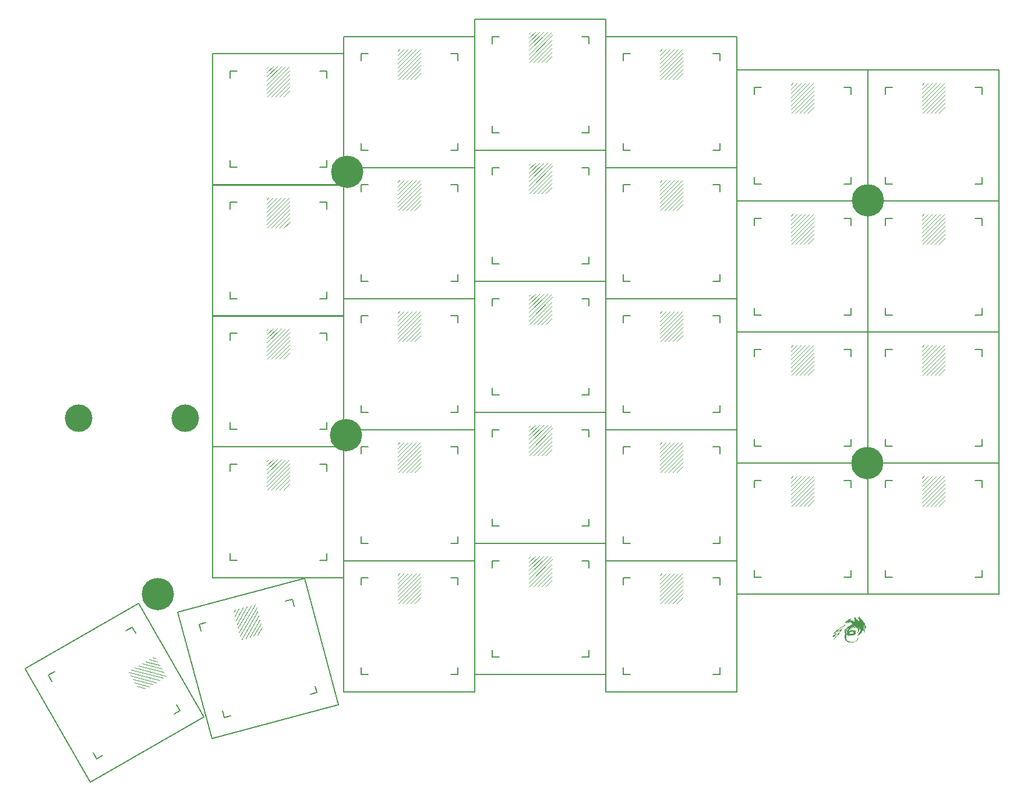
<source format=gbr>
G04 #@! TF.GenerationSoftware,KiCad,Pcbnew,8.99.0-3407-g6a48e2c35a*
G04 #@! TF.CreationDate,2025-02-22T10:59:18+00:00*
G04 #@! TF.ProjectId,DragonBoard,44726167-6f6e-4426-9f61-72642e6b6963,rev?*
G04 #@! TF.SameCoordinates,Original*
G04 #@! TF.FileFunction,OtherDrawing,Comment*
%FSLAX46Y46*%
G04 Gerber Fmt 4.6, Leading zero omitted, Abs format (unit mm)*
G04 Created by KiCad (PCBNEW 8.99.0-3407-g6a48e2c35a) date 2025-02-22 10:59:18*
%MOMM*%
%LPD*%
G01*
G04 APERTURE LIST*
%ADD10C,0.000000*%
%ADD11C,0.150000*%
%ADD12C,0.120000*%
%ADD13C,4.700000*%
%ADD14C,4.000000*%
G04 APERTURE END LIST*
D10*
G36*
X202939686Y-124880072D02*
G01*
X202954088Y-124891488D01*
X202973816Y-124912825D01*
X202975358Y-124914555D01*
X202998780Y-124938701D01*
X203027545Y-124965269D01*
X203058132Y-124991349D01*
X203087023Y-125014034D01*
X203110699Y-125030415D01*
X203123568Y-125037042D01*
X203126461Y-125044967D01*
X203121784Y-125065013D01*
X203109293Y-125098191D01*
X203108083Y-125101117D01*
X203075911Y-125197337D01*
X203059917Y-125291779D01*
X203060074Y-125384171D01*
X203076354Y-125474242D01*
X203108727Y-125561720D01*
X203157166Y-125646335D01*
X203166405Y-125659588D01*
X203221208Y-125726407D01*
X203284947Y-125785035D01*
X203360119Y-125837496D01*
X203439836Y-125881221D01*
X203546888Y-125926567D01*
X203660798Y-125960864D01*
X203779177Y-125984070D01*
X203899635Y-125996144D01*
X204019784Y-125997043D01*
X204137235Y-125986725D01*
X204249599Y-125965150D01*
X204354486Y-125932274D01*
X204429918Y-125898581D01*
X204457935Y-125883372D01*
X204474790Y-125871227D01*
X204484186Y-125858416D01*
X204489826Y-125841207D01*
X204490738Y-125837316D01*
X204496530Y-125816053D01*
X204504638Y-125806313D01*
X204520622Y-125803602D01*
X204532602Y-125803477D01*
X204554195Y-125801806D01*
X204571011Y-125794697D01*
X204589036Y-125779007D01*
X204598737Y-125768744D01*
X204622524Y-125740999D01*
X204646315Y-125710330D01*
X204655594Y-125697235D01*
X204674678Y-125668823D01*
X204685454Y-125651585D01*
X204688813Y-125643185D01*
X204685647Y-125641288D01*
X204676849Y-125643556D01*
X204675987Y-125643830D01*
X204656537Y-125645073D01*
X204632358Y-125640715D01*
X204629770Y-125639905D01*
X204598378Y-125634639D01*
X204576704Y-125638914D01*
X204560566Y-125643734D01*
X204556481Y-125641370D01*
X204559900Y-125633499D01*
X204582725Y-125605542D01*
X204621739Y-125575998D01*
X204676978Y-125544841D01*
X204680657Y-125542996D01*
X204729102Y-125516357D01*
X204765296Y-125489372D01*
X204792870Y-125457988D01*
X204815455Y-125418147D01*
X204834859Y-125370783D01*
X204845561Y-125341733D01*
X204845995Y-125374423D01*
X204843266Y-125412897D01*
X204835290Y-125458283D01*
X204823684Y-125503460D01*
X204810064Y-125541307D01*
X204806305Y-125549241D01*
X204797013Y-125572444D01*
X204786704Y-125605993D01*
X204777075Y-125644115D01*
X204773527Y-125660672D01*
X204757745Y-125722867D01*
X204738585Y-125769215D01*
X204715978Y-125799873D01*
X204712433Y-125803007D01*
X204706186Y-125806660D01*
X204705293Y-125801022D01*
X204709739Y-125783430D01*
X204712253Y-125774950D01*
X204718127Y-125746463D01*
X204719410Y-125719669D01*
X204718492Y-125711970D01*
X204713416Y-125686588D01*
X204693279Y-125726644D01*
X204676825Y-125755053D01*
X204654879Y-125787517D01*
X204637182Y-125810737D01*
X204617782Y-125835852D01*
X204607656Y-125853705D01*
X204604784Y-125868846D01*
X204606092Y-125880727D01*
X204605658Y-125905291D01*
X204592788Y-125920536D01*
X204566695Y-125927100D01*
X204548420Y-125927323D01*
X204521799Y-125929144D01*
X204493873Y-125937907D01*
X204460940Y-125954239D01*
X204354568Y-126004441D01*
X204238090Y-126044454D01*
X204114577Y-126073765D01*
X203987098Y-126091857D01*
X203858724Y-126098216D01*
X203732526Y-126092325D01*
X203678051Y-126085657D01*
X203558856Y-126063910D01*
X203451730Y-126035264D01*
X203353523Y-125998786D01*
X203298032Y-125972983D01*
X203215550Y-125927521D01*
X203145542Y-125879282D01*
X203084143Y-125825112D01*
X203027486Y-125761853D01*
X203006633Y-125735091D01*
X202943854Y-125638982D01*
X202895392Y-125537115D01*
X202861478Y-125431047D01*
X202842344Y-125322337D01*
X202838222Y-125212541D01*
X202849343Y-125103218D01*
X202875940Y-124995925D01*
X202890559Y-124954962D01*
X202906046Y-124916023D01*
X202917904Y-124891273D01*
X202928371Y-124879645D01*
X202939686Y-124880072D01*
G37*
G36*
X203100893Y-123449672D02*
G01*
X203096123Y-123458630D01*
X203088639Y-123470240D01*
X203077252Y-123484702D01*
X203057070Y-123507462D01*
X203029560Y-123537059D01*
X202996191Y-123572031D01*
X202958432Y-123610916D01*
X202917752Y-123652252D01*
X202875620Y-123694577D01*
X202833504Y-123736429D01*
X202792873Y-123776348D01*
X202755197Y-123812870D01*
X202721943Y-123844534D01*
X202694580Y-123869878D01*
X202674578Y-123887441D01*
X202663405Y-123895760D01*
X202661651Y-123895208D01*
X202661203Y-123888994D01*
X202651822Y-123894961D01*
X202637118Y-123909092D01*
X202620973Y-123924545D01*
X202595142Y-123948080D01*
X202562411Y-123977212D01*
X202525564Y-124009456D01*
X202498316Y-124032974D01*
X202407660Y-124117460D01*
X202332080Y-124202789D01*
X202270321Y-124290562D01*
X202221134Y-124382379D01*
X202216256Y-124393203D01*
X202204527Y-124423254D01*
X202196265Y-124451257D01*
X202192281Y-124473452D01*
X202193386Y-124486079D01*
X202195884Y-124487639D01*
X202203459Y-124481220D01*
X202216801Y-124464386D01*
X202233137Y-124440662D01*
X202234523Y-124438521D01*
X202257661Y-124407451D01*
X202289024Y-124371843D01*
X202324767Y-124335481D01*
X202361044Y-124302149D01*
X202394009Y-124275631D01*
X202412319Y-124263565D01*
X202439924Y-124247817D01*
X202407046Y-124283996D01*
X202347480Y-124352999D01*
X202292726Y-124424200D01*
X202240183Y-124501329D01*
X202187249Y-124588119D01*
X202153382Y-124647895D01*
X202113464Y-124718961D01*
X202078565Y-124777943D01*
X202046538Y-124827446D01*
X202015237Y-124870075D01*
X201982516Y-124908436D01*
X201946227Y-124945134D01*
X201904223Y-124982775D01*
X201854358Y-125023965D01*
X201822903Y-125048998D01*
X201772843Y-125089359D01*
X201732296Y-125124591D01*
X201698050Y-125158218D01*
X201666892Y-125193762D01*
X201635610Y-125234749D01*
X201600990Y-125284701D01*
X201582092Y-125313129D01*
X201531801Y-125384026D01*
X201476931Y-125451812D01*
X201419929Y-125513927D01*
X201363239Y-125567806D01*
X201309307Y-125610889D01*
X201278960Y-125630685D01*
X201245470Y-125649877D01*
X201224506Y-125660532D01*
X201214866Y-125662982D01*
X201215345Y-125657557D01*
X201223678Y-125645913D01*
X201235585Y-125631083D01*
X201254365Y-125607766D01*
X201276614Y-125580186D01*
X201284584Y-125570317D01*
X201305856Y-125542816D01*
X201333159Y-125505809D01*
X201363509Y-125463429D01*
X201393925Y-125419804D01*
X201405377Y-125403026D01*
X201433859Y-125361733D01*
X201462380Y-125321657D01*
X201488333Y-125286376D01*
X201509112Y-125259466D01*
X201516373Y-125250701D01*
X201533206Y-125233650D01*
X201560694Y-125208705D01*
X201596482Y-125177870D01*
X201638220Y-125143149D01*
X201683554Y-125106548D01*
X201710219Y-125085520D01*
X201771658Y-125037144D01*
X201824484Y-124994805D01*
X201867919Y-124959160D01*
X201901186Y-124930867D01*
X201923507Y-124910583D01*
X201934105Y-124898965D01*
X201933951Y-124896334D01*
X201925212Y-124900680D01*
X201907517Y-124911929D01*
X201890345Y-124923699D01*
X201848343Y-124950841D01*
X201795351Y-124981284D01*
X201735710Y-125012660D01*
X201673763Y-125042606D01*
X201663541Y-125047281D01*
X201633591Y-125060273D01*
X201616551Y-125066104D01*
X201612607Y-125064493D01*
X201621946Y-125055164D01*
X201644754Y-125037836D01*
X201681217Y-125012232D01*
X201691883Y-125004919D01*
X201737589Y-124970865D01*
X201771131Y-124938316D01*
X201795749Y-124903305D01*
X201814683Y-124861868D01*
X201819246Y-124849050D01*
X201837315Y-124811644D01*
X201865630Y-124771114D01*
X201900224Y-124732405D01*
X201937128Y-124700465D01*
X201940253Y-124698215D01*
X201965922Y-124680047D01*
X201940396Y-124712595D01*
X201909894Y-124754305D01*
X201890064Y-124787769D01*
X201881208Y-124812204D01*
X201883625Y-124826826D01*
X201895031Y-124830954D01*
X201907669Y-124827713D01*
X201922039Y-124817296D01*
X201938803Y-124798663D01*
X201958625Y-124770772D01*
X201982167Y-124732584D01*
X202010093Y-124683057D01*
X202043065Y-124621152D01*
X202081747Y-124545827D01*
X202100966Y-124507728D01*
X202129995Y-124450635D01*
X202158920Y-124395034D01*
X202186302Y-124343598D01*
X202210700Y-124298999D01*
X202230676Y-124263909D01*
X202244041Y-124242123D01*
X202301141Y-124167930D01*
X202373127Y-124095015D01*
X202458537Y-124024776D01*
X202505422Y-123991370D01*
X202560839Y-123953033D01*
X202603905Y-123921611D01*
X202636311Y-123895660D01*
X202659750Y-123873735D01*
X202675916Y-123854390D01*
X202686001Y-123837252D01*
X202702146Y-123813331D01*
X202731706Y-123781041D01*
X202774288Y-123740761D01*
X202829496Y-123692865D01*
X202883115Y-123648816D01*
X202919997Y-123617754D01*
X202962452Y-123579881D01*
X203004867Y-123540303D01*
X203037105Y-123508721D01*
X203067519Y-123478206D01*
X203087610Y-123458699D01*
X203098395Y-123449441D01*
X203100893Y-123449672D01*
G37*
G36*
X202039015Y-124521143D02*
G01*
X202028678Y-124528410D01*
X202027038Y-124528573D01*
X202015714Y-124532551D01*
X201993278Y-124543414D01*
X201962588Y-124559559D01*
X201926499Y-124579380D01*
X201887868Y-124601275D01*
X201849550Y-124623639D01*
X201814401Y-124644867D01*
X201785278Y-124663355D01*
X201776114Y-124669515D01*
X201726930Y-124707161D01*
X201678650Y-124752307D01*
X201629554Y-124806868D01*
X201577922Y-124872757D01*
X201522034Y-124951889D01*
X201520740Y-124953799D01*
X201466513Y-125031043D01*
X201416471Y-125095554D01*
X201368228Y-125149566D01*
X201319398Y-125195312D01*
X201267596Y-125235024D01*
X201210434Y-125270936D01*
X201145528Y-125305281D01*
X201144838Y-125305621D01*
X201111568Y-125321776D01*
X201083793Y-125334830D01*
X201064711Y-125343310D01*
X201057707Y-125345819D01*
X201061454Y-125341258D01*
X201075867Y-125328911D01*
X201098522Y-125310784D01*
X201120869Y-125293533D01*
X201158743Y-125262986D01*
X201199953Y-125227054D01*
X201237379Y-125192019D01*
X201248237Y-125181162D01*
X201271280Y-125156519D01*
X201297481Y-125126825D01*
X201324867Y-125094529D01*
X201351465Y-125062083D01*
X201375302Y-125031938D01*
X201394408Y-125006544D01*
X201406808Y-124988352D01*
X201410531Y-124979814D01*
X201410414Y-124979640D01*
X201402194Y-124981751D01*
X201382791Y-124990209D01*
X201355304Y-125003417D01*
X201322836Y-125019778D01*
X201288488Y-125037695D01*
X201255360Y-125055572D01*
X201226554Y-125071810D01*
X201205170Y-125084814D01*
X201201797Y-125087064D01*
X201175035Y-125106952D01*
X201144610Y-125131839D01*
X201124795Y-125149341D01*
X201084570Y-125186456D01*
X201100278Y-125158334D01*
X201113090Y-125139797D01*
X201133933Y-125114240D01*
X201159143Y-125086060D01*
X201170195Y-125074455D01*
X201191955Y-125052810D01*
X201212054Y-125035159D01*
X201233684Y-125019442D01*
X201260032Y-125003597D01*
X201294288Y-124985565D01*
X201339641Y-124963285D01*
X201349989Y-124958299D01*
X201400887Y-124933273D01*
X201438927Y-124913149D01*
X201466349Y-124896571D01*
X201485395Y-124882185D01*
X201498304Y-124868634D01*
X201498397Y-124868514D01*
X201510565Y-124851253D01*
X201515609Y-124840717D01*
X201514742Y-124839187D01*
X201505208Y-124843030D01*
X201485102Y-124853272D01*
X201457966Y-124868070D01*
X201443313Y-124876347D01*
X201414271Y-124892274D01*
X201397783Y-124899644D01*
X201393980Y-124898291D01*
X201402994Y-124888047D01*
X201424956Y-124868745D01*
X201459998Y-124840219D01*
X201490808Y-124815902D01*
X201588396Y-124742338D01*
X201678608Y-124680507D01*
X201763845Y-124629043D01*
X201846510Y-124586581D01*
X201929005Y-124551755D01*
X201996592Y-124528445D01*
X202020350Y-124521878D01*
X202035595Y-124519391D01*
X202039015Y-124521143D01*
G37*
G36*
X205021567Y-122287375D02*
G01*
X204995263Y-122346787D01*
X204978085Y-122403431D01*
X204970801Y-122454120D01*
X204972866Y-122489645D01*
X204980607Y-122511542D01*
X204992144Y-122518260D01*
X205012030Y-122520470D01*
X205022421Y-122522720D01*
X205032232Y-122522989D01*
X205039778Y-122515474D01*
X205047273Y-122497014D01*
X205052578Y-122479673D01*
X205062222Y-122454400D01*
X205076812Y-122425008D01*
X205094079Y-122395121D01*
X205111755Y-122368362D01*
X205127570Y-122348354D01*
X205139255Y-122338722D01*
X205141081Y-122338354D01*
X205142489Y-122345000D01*
X205137901Y-122361976D01*
X205132815Y-122374976D01*
X205114424Y-122423439D01*
X205104702Y-122465409D01*
X205102508Y-122507469D01*
X205104573Y-122537928D01*
X205107950Y-122567070D01*
X205111028Y-122581892D01*
X205114523Y-122584385D01*
X205118771Y-122577399D01*
X205126286Y-122564791D01*
X205136363Y-122560330D01*
X205152960Y-122563872D01*
X205179783Y-122575154D01*
X205195057Y-122583412D01*
X205209456Y-122594906D01*
X205225094Y-122612078D01*
X205244086Y-122637366D01*
X205268549Y-122673212D01*
X205280589Y-122691432D01*
X205315748Y-122747546D01*
X205349921Y-122806875D01*
X205381437Y-122866134D01*
X205408624Y-122922038D01*
X205429813Y-122971302D01*
X205443330Y-123010642D01*
X205443735Y-123012139D01*
X205450975Y-123036974D01*
X205455386Y-123047288D01*
X205457049Y-123044642D01*
X205456046Y-123030599D01*
X205452459Y-123006719D01*
X205446370Y-122974565D01*
X205440269Y-122946215D01*
X205432477Y-122910397D01*
X205426603Y-122880966D01*
X205423274Y-122861240D01*
X205422937Y-122854558D01*
X205429056Y-122859207D01*
X205443140Y-122874979D01*
X205463541Y-122899780D01*
X205488610Y-122931513D01*
X205516700Y-122968085D01*
X205546161Y-123007400D01*
X205575346Y-123047363D01*
X205582521Y-123057372D01*
X205684054Y-123207859D01*
X205771489Y-123355770D01*
X205846161Y-123503907D01*
X205909406Y-123655072D01*
X205962561Y-123812068D01*
X205991409Y-123914998D01*
X206001271Y-123955297D01*
X206011269Y-124000126D01*
X206020714Y-124045914D01*
X206028920Y-124089091D01*
X206035199Y-124126085D01*
X206038864Y-124153325D01*
X206039498Y-124164899D01*
X206036428Y-124165876D01*
X206028034Y-124151878D01*
X206014501Y-124123317D01*
X205996015Y-124080605D01*
X205972760Y-124024156D01*
X205945199Y-123955082D01*
X205912728Y-123873923D01*
X205884520Y-123806410D01*
X205859623Y-123750698D01*
X205837086Y-123704940D01*
X205815955Y-123667293D01*
X205795279Y-123635911D01*
X205774106Y-123608950D01*
X205756831Y-123590005D01*
X205727165Y-123561415D01*
X205704943Y-123545665D01*
X205688233Y-123542205D01*
X205675102Y-123550486D01*
X205666328Y-123564295D01*
X205659432Y-123587159D01*
X205656552Y-123621394D01*
X205657697Y-123668236D01*
X205662877Y-123728925D01*
X205667980Y-123772931D01*
X205674453Y-123827145D01*
X205678418Y-123867013D01*
X205679885Y-123894340D01*
X205678865Y-123910928D01*
X205675369Y-123918582D01*
X205669409Y-123919106D01*
X205668872Y-123918911D01*
X205655859Y-123919124D01*
X205651213Y-123929942D01*
X205656111Y-123947293D01*
X205659168Y-123952487D01*
X205669410Y-123973284D01*
X205671564Y-123989639D01*
X205665198Y-123997242D01*
X205663671Y-123997363D01*
X205659441Y-124002845D01*
X205663035Y-124011982D01*
X205665389Y-124027862D01*
X205663728Y-124056612D01*
X205658626Y-124095411D01*
X205650656Y-124141441D01*
X205640393Y-124191884D01*
X205628409Y-124243920D01*
X205615279Y-124294732D01*
X205601576Y-124341499D01*
X205587873Y-124381403D01*
X205587839Y-124381492D01*
X205577910Y-124406482D01*
X205570685Y-124419648D01*
X205565086Y-124420074D01*
X205560033Y-124406842D01*
X205554448Y-124379035D01*
X205549378Y-124348779D01*
X205540958Y-124304135D01*
X205531165Y-124263112D01*
X205520867Y-124228434D01*
X205510929Y-124202824D01*
X205502222Y-124189004D01*
X205497978Y-124187494D01*
X205492459Y-124196547D01*
X205486224Y-124217928D01*
X205480331Y-124247714D01*
X205478529Y-124259522D01*
X205471435Y-124310013D01*
X205466169Y-124346507D01*
X205462086Y-124371163D01*
X205458540Y-124386139D01*
X205454889Y-124393595D01*
X205450486Y-124395690D01*
X205444686Y-124394584D01*
X205438711Y-124392871D01*
X205423764Y-124391572D01*
X205418936Y-124400152D01*
X205418785Y-124404100D01*
X205424634Y-124422772D01*
X205431044Y-124430504D01*
X205442395Y-124447629D01*
X205437545Y-124466395D01*
X205430523Y-124474806D01*
X205422098Y-124487663D01*
X205422074Y-124494594D01*
X205421153Y-124506278D01*
X205412107Y-124527534D01*
X205396707Y-124555783D01*
X205376725Y-124588448D01*
X205353933Y-124622952D01*
X205330105Y-124656716D01*
X205307011Y-124687162D01*
X205286424Y-124711715D01*
X205270116Y-124727794D01*
X205259860Y-124732824D01*
X205258678Y-124732267D01*
X205247162Y-124728896D01*
X205240313Y-124740059D01*
X205238991Y-124754024D01*
X205231850Y-124771828D01*
X205210750Y-124796666D01*
X205192411Y-124813956D01*
X205163565Y-124838708D01*
X205145211Y-124852021D01*
X205136588Y-124854312D01*
X205136938Y-124845999D01*
X205137649Y-124844039D01*
X205136535Y-124830700D01*
X205132948Y-124826991D01*
X205119455Y-124826375D01*
X205107389Y-124837713D01*
X205100534Y-124856786D01*
X205100059Y-124863644D01*
X205094434Y-124887261D01*
X205079647Y-124900431D01*
X205059595Y-124900546D01*
X205045454Y-124900289D01*
X205036157Y-124913013D01*
X205035037Y-124915825D01*
X205022232Y-124934249D01*
X205003229Y-124948814D01*
X204986654Y-124956418D01*
X204978967Y-124955202D01*
X204975039Y-124945119D01*
X204965850Y-124931439D01*
X204951300Y-124929269D01*
X204935130Y-124936542D01*
X204921080Y-124951193D01*
X204912890Y-124971155D01*
X204912093Y-124979899D01*
X204909680Y-124991859D01*
X204900719Y-125003836D01*
X204882620Y-125018330D01*
X204852797Y-125037839D01*
X204850873Y-125039041D01*
X204815343Y-125062851D01*
X204778447Y-125090241D01*
X204747545Y-125115716D01*
X204744631Y-125118345D01*
X204723129Y-125137647D01*
X204707215Y-125151266D01*
X204699815Y-125156716D01*
X204699613Y-125156629D01*
X204703595Y-125139656D01*
X204714914Y-125110386D01*
X204732674Y-125070644D01*
X204755978Y-125022254D01*
X204783928Y-124967038D01*
X204815630Y-124906822D01*
X204850185Y-124843427D01*
X204877682Y-124794458D01*
X204948653Y-124666337D01*
X205009684Y-124548568D01*
X205061570Y-124439180D01*
X205105107Y-124336199D01*
X205141089Y-124237652D01*
X205170310Y-124141565D01*
X205193566Y-124045966D01*
X205206957Y-123976932D01*
X205218124Y-123892087D01*
X205224460Y-123795370D01*
X205225924Y-123690539D01*
X205222473Y-123581350D01*
X205214068Y-123471560D01*
X205212667Y-123457981D01*
X205204815Y-123382470D01*
X205198936Y-123321868D01*
X205194955Y-123274867D01*
X205192796Y-123240160D01*
X205192383Y-123216439D01*
X205193642Y-123202398D01*
X205196497Y-123196728D01*
X205197567Y-123196462D01*
X205205957Y-123201891D01*
X205206301Y-123203976D01*
X205211462Y-123213267D01*
X205225081Y-123230839D01*
X205244364Y-123253119D01*
X205247163Y-123256200D01*
X205270544Y-123283027D01*
X205283243Y-123302239D01*
X205286423Y-123317485D01*
X205281246Y-123332413D01*
X205274704Y-123342605D01*
X205266104Y-123355653D01*
X205267873Y-123357754D01*
X205278219Y-123352614D01*
X205292814Y-123337887D01*
X205297671Y-123325197D01*
X205304733Y-123310771D01*
X205314326Y-123309132D01*
X205330724Y-123306712D01*
X205353962Y-123297899D01*
X205377565Y-123285778D01*
X205395057Y-123273436D01*
X205399155Y-123268719D01*
X205397929Y-123265807D01*
X205386843Y-123271851D01*
X205385632Y-123272688D01*
X205367146Y-123283990D01*
X205359409Y-123283450D01*
X205361470Y-123270200D01*
X205367027Y-123255754D01*
X205376955Y-123213014D01*
X205376020Y-123161406D01*
X205369558Y-123126997D01*
X205469413Y-123126997D01*
X205470296Y-123140954D01*
X205472855Y-123142183D01*
X205473180Y-123141454D01*
X205474797Y-123125230D01*
X205473483Y-123116937D01*
X205470882Y-123113604D01*
X205469467Y-123124459D01*
X205469413Y-123126997D01*
X205369558Y-123126997D01*
X205365128Y-123103404D01*
X205355617Y-123073876D01*
X205460938Y-123073876D01*
X205462222Y-123085477D01*
X205465060Y-123084091D01*
X205466139Y-123067359D01*
X205465060Y-123063660D01*
X205462077Y-123062633D01*
X205460938Y-123073876D01*
X205355617Y-123073876D01*
X205345184Y-123041483D01*
X205317092Y-122978119D01*
X205281758Y-122915788D01*
X205240086Y-122856964D01*
X205207333Y-122818885D01*
X205177932Y-122790149D01*
X205145151Y-122762348D01*
X205112251Y-122737817D01*
X205082491Y-122718892D01*
X205059130Y-122707909D01*
X205049955Y-122706098D01*
X205043969Y-122709841D01*
X205041234Y-122723005D01*
X205041338Y-122748453D01*
X205041996Y-122761262D01*
X205045227Y-122816443D01*
X205054255Y-122776960D01*
X205063283Y-122737476D01*
X205100059Y-122763665D01*
X205154061Y-122806610D01*
X205198812Y-122853261D01*
X205239580Y-122908733D01*
X205270264Y-122959547D01*
X205293049Y-123008717D01*
X205309947Y-123061705D01*
X205322971Y-123123979D01*
X205326227Y-123144015D01*
X205332564Y-123190435D01*
X205334797Y-123222778D01*
X205332842Y-123242812D01*
X205326616Y-123252301D01*
X205320996Y-123253670D01*
X205307168Y-123247398D01*
X205286935Y-123230516D01*
X205263088Y-123205927D01*
X205238420Y-123176531D01*
X205215723Y-123145230D01*
X205213765Y-123142254D01*
X205196081Y-123115848D01*
X205184825Y-123101650D01*
X205177981Y-123097875D01*
X205173533Y-123102736D01*
X205172379Y-123105572D01*
X205169418Y-123122228D01*
X205167085Y-123153109D01*
X205165396Y-123196107D01*
X205164367Y-123249112D01*
X205164013Y-123310018D01*
X205164349Y-123376714D01*
X205165391Y-123447093D01*
X205167155Y-123519046D01*
X205168946Y-123572396D01*
X205171307Y-123683802D01*
X205169273Y-123781200D01*
X205162648Y-123866378D01*
X205151236Y-123941123D01*
X205134843Y-124007225D01*
X205115449Y-124061329D01*
X205104102Y-124088519D01*
X205056126Y-124013895D01*
X205008433Y-123944721D01*
X204964436Y-123891295D01*
X204924171Y-123853652D01*
X204887676Y-123831830D01*
X204858840Y-123825742D01*
X204831832Y-123830089D01*
X204809661Y-123844874D01*
X204788665Y-123872711D01*
X204785391Y-123878174D01*
X204770569Y-123900274D01*
X204758426Y-123909679D01*
X204748359Y-123909760D01*
X204735544Y-123911221D01*
X204732403Y-123921831D01*
X204739436Y-123937211D01*
X204744557Y-123943075D01*
X204755037Y-123959842D01*
X204755227Y-123975254D01*
X204747197Y-123982863D01*
X204742009Y-123990739D01*
X204745153Y-123997846D01*
X204749833Y-124010640D01*
X204755325Y-124033372D01*
X204760779Y-124061163D01*
X204765342Y-124089136D01*
X204768163Y-124112413D01*
X204768389Y-124126115D01*
X204767821Y-124127632D01*
X204761372Y-124123251D01*
X204745379Y-124108899D01*
X204721685Y-124086331D01*
X204692135Y-124057301D01*
X204659081Y-124024085D01*
X204622533Y-123987892D01*
X204586909Y-123954258D01*
X204554911Y-123925614D01*
X204529241Y-123904393D01*
X204514782Y-123894221D01*
X204467597Y-123874734D01*
X204421143Y-123871143D01*
X204376893Y-123883018D01*
X204336318Y-123909927D01*
X204300890Y-123951439D01*
X204296549Y-123958191D01*
X204270814Y-123999590D01*
X204255157Y-123963744D01*
X204245440Y-123937623D01*
X204239466Y-123914197D01*
X204238683Y-123907466D01*
X204234846Y-123892824D01*
X204228286Y-123888866D01*
X204216883Y-123884842D01*
X204199669Y-123872561D01*
X204192813Y-123866507D01*
X204157934Y-123842245D01*
X204117614Y-123830815D01*
X204069141Y-123831596D01*
X204051842Y-123834256D01*
X204020737Y-123841567D01*
X203980534Y-123853379D01*
X203936136Y-123867997D01*
X203892445Y-123883724D01*
X203854366Y-123898867D01*
X203826799Y-123911730D01*
X203825156Y-123912631D01*
X203812359Y-123920189D01*
X203812659Y-123922878D01*
X203827484Y-123922316D01*
X203833328Y-123921880D01*
X203861932Y-123919725D01*
X203864459Y-123964270D01*
X203862856Y-124001974D01*
X203854978Y-124038969D01*
X203842387Y-124069871D01*
X203828552Y-124087833D01*
X203820863Y-124092854D01*
X203820962Y-124086761D01*
X203824895Y-124075686D01*
X203832722Y-124044686D01*
X203833110Y-124016179D01*
X203826742Y-123994024D01*
X203814297Y-123982079D01*
X203808193Y-123981018D01*
X203797162Y-123976756D01*
X203797683Y-123968760D01*
X203799045Y-123958240D01*
X203790378Y-123959464D01*
X203771364Y-123972580D01*
X203748318Y-123991886D01*
X203726553Y-124011774D01*
X203714412Y-124027057D01*
X203708913Y-124043531D01*
X203707072Y-124066994D01*
X203706901Y-124072360D01*
X203700553Y-124117039D01*
X203688836Y-124144176D01*
X203672126Y-124170566D01*
X203676027Y-124129975D01*
X203676717Y-124099605D01*
X203671303Y-124083378D01*
X203659349Y-124081315D01*
X203640419Y-124093439D01*
X203614076Y-124119775D01*
X203601711Y-124133888D01*
X203580208Y-124161685D01*
X203570093Y-124182036D01*
X203569282Y-124195006D01*
X203569005Y-124217431D01*
X203564684Y-124234365D01*
X203556501Y-124254796D01*
X203555983Y-124231641D01*
X203553303Y-124215426D01*
X203545940Y-124213019D01*
X203533366Y-124224775D01*
X203515050Y-124251049D01*
X203506462Y-124264935D01*
X203471748Y-124333406D01*
X203448654Y-124403422D01*
X203437538Y-124472362D01*
X203438760Y-124537601D01*
X203452677Y-124596518D01*
X203459072Y-124611904D01*
X203493647Y-124667923D01*
X203540325Y-124715182D01*
X203597200Y-124753338D01*
X203662367Y-124782054D01*
X203733921Y-124800987D01*
X203809956Y-124809798D01*
X203888567Y-124808147D01*
X203967847Y-124795694D01*
X204045892Y-124772098D01*
X204120796Y-124737019D01*
X204130041Y-124731693D01*
X204180801Y-124697056D01*
X204227079Y-124656580D01*
X204265191Y-124613895D01*
X204291454Y-124572632D01*
X204291495Y-124572547D01*
X204307338Y-124526739D01*
X204314442Y-124476271D01*
X204312353Y-124427491D01*
X204304177Y-124395033D01*
X204287047Y-124364383D01*
X204260051Y-124331442D01*
X204227912Y-124301286D01*
X204197003Y-124279886D01*
X204172485Y-124266347D01*
X204212665Y-124271492D01*
X204279809Y-124287850D01*
X204339890Y-124317744D01*
X204391492Y-124359373D01*
X204433199Y-124410936D01*
X204463595Y-124470630D01*
X204481265Y-124536654D01*
X204484792Y-124607206D01*
X204484113Y-124616920D01*
X204469492Y-124698038D01*
X204440093Y-124772743D01*
X204396323Y-124840674D01*
X204338586Y-124901471D01*
X204267288Y-124954772D01*
X204182836Y-125000216D01*
X204085634Y-125037443D01*
X203980432Y-125065171D01*
X203928500Y-125073335D01*
X203866478Y-125078495D01*
X203799164Y-125080653D01*
X203731356Y-125079810D01*
X203667852Y-125075968D01*
X203613448Y-125069128D01*
X203593130Y-125065052D01*
X203492819Y-125035179D01*
X203403641Y-124995264D01*
X203326316Y-124945809D01*
X203261565Y-124887315D01*
X203210108Y-124820285D01*
X203189814Y-124784175D01*
X203160078Y-124711141D01*
X203144556Y-124637888D01*
X203143159Y-124562188D01*
X203155799Y-124481816D01*
X203175238Y-124414770D01*
X203203702Y-124342472D01*
X203239751Y-124271803D01*
X203284353Y-124201640D01*
X203338475Y-124130858D01*
X203403083Y-124058334D01*
X203479146Y-123982945D01*
X203567631Y-123903565D01*
X203669505Y-123819072D01*
X203727596Y-123773129D01*
X203752748Y-123753033D01*
X204094847Y-123753033D01*
X204095594Y-123756326D01*
X204109443Y-123758564D01*
X204133185Y-123759772D01*
X204163615Y-123759976D01*
X204197523Y-123759203D01*
X204231703Y-123757479D01*
X204262948Y-123754830D01*
X204287127Y-123751456D01*
X204338184Y-123740098D01*
X204397563Y-123723829D01*
X204460409Y-123704247D01*
X204521870Y-123682950D01*
X204577092Y-123661536D01*
X204621220Y-123641603D01*
X204621970Y-123641223D01*
X204703785Y-123598862D01*
X204771315Y-123562023D01*
X204825453Y-123530151D01*
X204867089Y-123502693D01*
X204897114Y-123479097D01*
X204916418Y-123458809D01*
X204917037Y-123457981D01*
X204949408Y-123407697D01*
X204979459Y-123349195D01*
X205004798Y-123288025D01*
X205023034Y-123229737D01*
X205029947Y-123196008D01*
X205031981Y-123179924D01*
X205031103Y-123176151D01*
X205026646Y-123185675D01*
X205017940Y-123209483D01*
X205014847Y-123218282D01*
X205002796Y-123249931D01*
X204985935Y-123290583D01*
X204966667Y-123334576D01*
X204950619Y-123369472D01*
X204926721Y-123417331D01*
X204905134Y-123452849D01*
X204883002Y-123479196D01*
X204857470Y-123499537D01*
X204825682Y-123517040D01*
X204811844Y-123523395D01*
X204789074Y-123534636D01*
X204757824Y-123551551D01*
X204723492Y-123571180D01*
X204709709Y-123579368D01*
X204648659Y-123613354D01*
X204588772Y-123641589D01*
X204533699Y-123662526D01*
X204487096Y-123674621D01*
X204483039Y-123675285D01*
X204460397Y-123679216D01*
X204452304Y-123682352D01*
X204457066Y-123685700D01*
X204462607Y-123687446D01*
X204483039Y-123693353D01*
X204461085Y-123694168D01*
X204444069Y-123696406D01*
X204415695Y-123701794D01*
X204380441Y-123709432D01*
X204354843Y-123715451D01*
X204307658Y-123725299D01*
X204254608Y-123733886D01*
X204204775Y-123739813D01*
X204188830Y-123741059D01*
X204152829Y-123743906D01*
X204122227Y-123747395D01*
X204101205Y-123750996D01*
X204094847Y-123753033D01*
X203752748Y-123753033D01*
X203814604Y-123703611D01*
X203889609Y-123640170D01*
X203952182Y-123583215D01*
X204001893Y-123533157D01*
X204038313Y-123490406D01*
X204061014Y-123455373D01*
X204061750Y-123453895D01*
X204079108Y-123404475D01*
X204085694Y-123352251D01*
X204081065Y-123302930D01*
X204075031Y-123282748D01*
X204061156Y-123258238D01*
X204315503Y-123258238D01*
X204317439Y-123276834D01*
X204322560Y-123282748D01*
X204323676Y-123282273D01*
X204328822Y-123286204D01*
X204331553Y-123304117D01*
X204331848Y-123315683D01*
X204332656Y-123335894D01*
X204336785Y-123351185D01*
X204346795Y-123366016D01*
X204365247Y-123384844D01*
X204378840Y-123397522D01*
X204406943Y-123423019D01*
X204423675Y-123437098D01*
X204429231Y-123439889D01*
X204423805Y-123431523D01*
X204417077Y-123423248D01*
X204401803Y-123406236D01*
X204390581Y-123395266D01*
X204386144Y-123387655D01*
X204390943Y-123377325D01*
X204406716Y-123361102D01*
X204411884Y-123356379D01*
X204430194Y-123336048D01*
X204444953Y-123312893D01*
X204454721Y-123290538D01*
X204458057Y-123272610D01*
X204453518Y-123262731D01*
X204449480Y-123261842D01*
X204439476Y-123268428D01*
X204438090Y-123274426D01*
X204433690Y-123294402D01*
X204422329Y-123317451D01*
X204406768Y-123340117D01*
X204389769Y-123358949D01*
X204374091Y-123370491D01*
X204362495Y-123371291D01*
X204361388Y-123370383D01*
X204357565Y-123358158D01*
X204356414Y-123336179D01*
X204357702Y-123310777D01*
X204361193Y-123288283D01*
X204364826Y-123277650D01*
X204369051Y-123265342D01*
X204361907Y-123261853D01*
X204361027Y-123261842D01*
X204347783Y-123255346D01*
X204340021Y-123245497D01*
X204328905Y-123231144D01*
X204320416Y-123232386D01*
X204315898Y-123248523D01*
X204315503Y-123258238D01*
X204061156Y-123258238D01*
X204057044Y-123250974D01*
X204028273Y-123217036D01*
X203992968Y-123185187D01*
X203955379Y-123159678D01*
X203948242Y-123155855D01*
X203921184Y-123144185D01*
X203887779Y-123132806D01*
X203852399Y-123122838D01*
X203819417Y-123115400D01*
X203793205Y-123111612D01*
X203778607Y-123112397D01*
X203777659Y-123116651D01*
X203791808Y-123122281D01*
X203815843Y-123127994D01*
X203877574Y-123145238D01*
X203934672Y-123170027D01*
X203983604Y-123200421D01*
X204020837Y-123234479D01*
X204029316Y-123245284D01*
X204046649Y-123269626D01*
X204019670Y-123281306D01*
X203992691Y-123292986D01*
X204022930Y-123288670D01*
X204043170Y-123287028D01*
X204053162Y-123291849D01*
X204058617Y-123306069D01*
X204058897Y-123307174D01*
X204063249Y-123332166D01*
X204065434Y-123358358D01*
X204064042Y-123378082D01*
X204055358Y-123389430D01*
X204037640Y-123397763D01*
X204009036Y-123408803D01*
X204036410Y-123403961D01*
X204054535Y-123401649D01*
X204060523Y-123405416D01*
X204058192Y-123417802D01*
X204058033Y-123418334D01*
X204049469Y-123439973D01*
X204035517Y-123462821D01*
X204014011Y-123489841D01*
X203982788Y-123523998D01*
X203974789Y-123532361D01*
X203922891Y-123586309D01*
X203880153Y-123583651D01*
X203857264Y-123582482D01*
X203849476Y-123583028D01*
X203855607Y-123585617D01*
X203864390Y-123588006D01*
X203883843Y-123593896D01*
X203895150Y-123598866D01*
X203895567Y-123599220D01*
X203891362Y-123605651D01*
X203876662Y-123619618D01*
X203854019Y-123638810D01*
X203835902Y-123653263D01*
X203806414Y-123675989D01*
X203785301Y-123690529D01*
X203768070Y-123698775D01*
X203750226Y-123702619D01*
X203727274Y-123703951D01*
X203714828Y-123704221D01*
X203686109Y-123704897D01*
X203672647Y-123705742D01*
X203673357Y-123707133D01*
X203687150Y-123709445D01*
X203696096Y-123710714D01*
X203719570Y-123714671D01*
X203735391Y-123718603D01*
X203738645Y-123720162D01*
X203734168Y-123726409D01*
X203718998Y-123740504D01*
X203695459Y-123760412D01*
X203665877Y-123784097D01*
X203663152Y-123786224D01*
X203583585Y-123848213D01*
X203500062Y-123851568D01*
X203461558Y-123852689D01*
X203437587Y-123852233D01*
X203426401Y-123850055D01*
X203426249Y-123846011D01*
X203426752Y-123845519D01*
X203437067Y-123837712D01*
X203458207Y-123822882D01*
X203487337Y-123802981D01*
X203521623Y-123779962D01*
X203530947Y-123773763D01*
X203577105Y-123743125D01*
X203612602Y-123719475D01*
X203640395Y-123700762D01*
X203663444Y-123684941D01*
X203684707Y-123669961D01*
X203707144Y-123653776D01*
X203733712Y-123634336D01*
X203755690Y-123618182D01*
X203813914Y-123572705D01*
X203863200Y-123528764D01*
X203901931Y-123487987D01*
X203928490Y-123452002D01*
X203937009Y-123435593D01*
X203942981Y-123413033D01*
X203996777Y-123413033D01*
X204000864Y-123417119D01*
X204004950Y-123413033D01*
X204000864Y-123408946D01*
X203996777Y-123413033D01*
X203942981Y-123413033D01*
X203945767Y-123402508D01*
X203949200Y-123362036D01*
X203947146Y-123321886D01*
X203940060Y-123291312D01*
X203916600Y-123249928D01*
X203882479Y-123214250D01*
X203843355Y-123189867D01*
X203811748Y-123178861D01*
X203768351Y-123167302D01*
X203717653Y-123156130D01*
X203664141Y-123146283D01*
X203612302Y-123138698D01*
X203583841Y-123135620D01*
X203526408Y-123130451D01*
X203500067Y-123218621D01*
X203486747Y-123264558D01*
X203478506Y-123297531D01*
X203475191Y-123320059D01*
X203476651Y-123334665D01*
X203482731Y-123343868D01*
X203492128Y-123349661D01*
X203501657Y-123355081D01*
X203501577Y-123360154D01*
X203489955Y-123367287D01*
X203470829Y-123376193D01*
X203444076Y-123386583D01*
X203427984Y-123388244D01*
X203422203Y-123385195D01*
X203407010Y-123377564D01*
X203396510Y-123375985D01*
X203385446Y-123375100D01*
X203386432Y-123370625D01*
X203397874Y-123360592D01*
X203407709Y-123349501D01*
X203414239Y-123333331D01*
X203418679Y-123307958D01*
X203421307Y-123281182D01*
X203423610Y-123248344D01*
X203423439Y-123227511D01*
X203420158Y-123214449D01*
X203413130Y-123204923D01*
X203409319Y-123201325D01*
X203394642Y-123185729D01*
X203393369Y-123178337D01*
X203404495Y-123179640D01*
X203427015Y-123190125D01*
X203429513Y-123191506D01*
X203467011Y-123212463D01*
X203464246Y-123174345D01*
X203461481Y-123136226D01*
X203506430Y-123122811D01*
X203535114Y-123113446D01*
X203560063Y-123103938D01*
X203570665Y-123099040D01*
X203589952Y-123088684D01*
X203562493Y-123072293D01*
X203555223Y-123067268D01*
X204230373Y-123067268D01*
X204231774Y-123075794D01*
X204237315Y-123093678D01*
X204238968Y-123098393D01*
X204245597Y-123114790D01*
X204248859Y-123116335D01*
X204249662Y-123108609D01*
X204252433Y-123093800D01*
X204260131Y-123092615D01*
X204273450Y-123105435D01*
X204292944Y-123132431D01*
X204308439Y-123153852D01*
X204324009Y-123169537D01*
X204344103Y-123182780D01*
X204373168Y-123196872D01*
X204389816Y-123204135D01*
X204422364Y-123217870D01*
X204444157Y-123224859D01*
X204456831Y-123223324D01*
X204462024Y-123211487D01*
X204461373Y-123187571D01*
X204456515Y-123149796D01*
X204454286Y-123134116D01*
X204447262Y-123093285D01*
X204439880Y-123068104D01*
X204431852Y-123057879D01*
X204423966Y-123060758D01*
X204422898Y-123070514D01*
X204424222Y-123092381D01*
X204427640Y-123122349D01*
X204429509Y-123135578D01*
X204433720Y-123167582D01*
X204436035Y-123193008D01*
X204436132Y-123207873D01*
X204435483Y-123209966D01*
X204426263Y-123209234D01*
X204409491Y-123201622D01*
X204406781Y-123200064D01*
X204393359Y-123190514D01*
X204385216Y-123178477D01*
X204380250Y-123159174D01*
X204376780Y-123131845D01*
X204373402Y-123103614D01*
X204370151Y-123082251D01*
X204367828Y-123072670D01*
X204358789Y-123071467D01*
X204339319Y-123074280D01*
X204325754Y-123077404D01*
X204297953Y-123082930D01*
X204277011Y-123081878D01*
X204259456Y-123076087D01*
X204241145Y-123069300D01*
X204230953Y-123067014D01*
X204230373Y-123067268D01*
X203555223Y-123067268D01*
X203538362Y-123055614D01*
X203513129Y-123034912D01*
X203507972Y-123030156D01*
X203492040Y-123016019D01*
X203485551Y-123013404D01*
X203486706Y-123020755D01*
X203495318Y-123037965D01*
X203509152Y-123059520D01*
X203512177Y-123063708D01*
X203523527Y-123082087D01*
X203527814Y-123095445D01*
X203527295Y-123097691D01*
X203517328Y-123103789D01*
X203496853Y-123111283D01*
X203481894Y-123115532D01*
X203458838Y-123122257D01*
X203444028Y-123128141D01*
X203441050Y-123130639D01*
X203443099Y-123140917D01*
X203448104Y-123159852D01*
X203448808Y-123162326D01*
X203452743Y-123180448D01*
X203449944Y-123186019D01*
X203446765Y-123185227D01*
X203379634Y-123161788D01*
X203314317Y-123150303D01*
X203246505Y-123149235D01*
X203193260Y-123153853D01*
X203154426Y-123161943D01*
X203130372Y-123173247D01*
X203121470Y-123187508D01*
X203128092Y-123204468D01*
X203144799Y-123219794D01*
X203167273Y-123236317D01*
X203138477Y-123229927D01*
X203113784Y-123222962D01*
X203093498Y-123214868D01*
X203092807Y-123214505D01*
X203072272Y-123208978D01*
X203059452Y-123209784D01*
X203046348Y-123208027D01*
X203023922Y-123200300D01*
X202996123Y-123188511D01*
X202966902Y-123174565D01*
X202940208Y-123160371D01*
X202919992Y-123147834D01*
X202910202Y-123138863D01*
X202909840Y-123137557D01*
X202915792Y-123125056D01*
X202930839Y-123107025D01*
X202950772Y-123087423D01*
X202971381Y-123070214D01*
X202988457Y-123059358D01*
X202994880Y-123057531D01*
X203010479Y-123054026D01*
X203035515Y-123044768D01*
X203064973Y-123031645D01*
X203069434Y-123029474D01*
X203106843Y-123010731D01*
X203130340Y-122998006D01*
X203140884Y-122990543D01*
X203139436Y-122987582D01*
X203126958Y-122988366D01*
X203120281Y-122989366D01*
X203097650Y-122990423D01*
X203089130Y-122984475D01*
X203094407Y-122972206D01*
X203103610Y-122963421D01*
X203236614Y-122963421D01*
X203236739Y-122966022D01*
X203251941Y-122976388D01*
X203255537Y-122981098D01*
X203262473Y-122986543D01*
X203274984Y-122983759D01*
X203293809Y-122973904D01*
X203312160Y-122962451D01*
X203322082Y-122954486D01*
X203322690Y-122952791D01*
X203313724Y-122952209D01*
X203293400Y-122953616D01*
X203272160Y-122955977D01*
X203249164Y-122959704D01*
X203236614Y-122963421D01*
X203103610Y-122963421D01*
X203113169Y-122954297D01*
X203145101Y-122931432D01*
X203147659Y-122929768D01*
X203245231Y-122859667D01*
X203328094Y-122784762D01*
X203397515Y-122703701D01*
X203454762Y-122615132D01*
X203470600Y-122585216D01*
X203485602Y-122556635D01*
X203494377Y-122542871D01*
X203496931Y-122543986D01*
X203493266Y-122560047D01*
X203483386Y-122591118D01*
X203472824Y-122621696D01*
X203454923Y-122670557D01*
X203439394Y-122707275D01*
X203424155Y-122735433D01*
X203407120Y-122758614D01*
X203386205Y-122780400D01*
X203374001Y-122791570D01*
X203353307Y-122810419D01*
X203344490Y-122819806D01*
X203346873Y-122820738D01*
X203358174Y-122815102D01*
X203386222Y-122796719D01*
X203424326Y-122766918D01*
X203471626Y-122726449D01*
X203527262Y-122676059D01*
X203590376Y-122616498D01*
X203628168Y-122579903D01*
X203745819Y-122465027D01*
X203719058Y-122515939D01*
X203704278Y-122540162D01*
X203681325Y-122573098D01*
X203652821Y-122611188D01*
X203621390Y-122650871D01*
X203605492Y-122670083D01*
X203574281Y-122707204D01*
X203544905Y-122742150D01*
X203519794Y-122772029D01*
X203501379Y-122793948D01*
X203494782Y-122801805D01*
X203470875Y-122830296D01*
X203511127Y-122809054D01*
X203539330Y-122795230D01*
X203575260Y-122779051D01*
X203611349Y-122763922D01*
X203612834Y-122763329D01*
X203650642Y-122746878D01*
X203693838Y-122726003D01*
X203733892Y-122704851D01*
X203738838Y-122702061D01*
X203767534Y-122686256D01*
X203790478Y-122674650D01*
X203804333Y-122668881D01*
X203806803Y-122668693D01*
X203802730Y-122675171D01*
X203788045Y-122688835D01*
X203765546Y-122707523D01*
X203738032Y-122729079D01*
X203708300Y-122751341D01*
X203679150Y-122772152D01*
X203653379Y-122789353D01*
X203639731Y-122797594D01*
X203616858Y-122811478D01*
X203601132Y-122822889D01*
X203596327Y-122828542D01*
X203602467Y-122837095D01*
X203617260Y-122848710D01*
X203617529Y-122848887D01*
X203631965Y-122857754D01*
X203636223Y-122857125D01*
X203633873Y-122847473D01*
X203632540Y-122840296D01*
X203636109Y-122836280D01*
X203647479Y-122835076D01*
X203669551Y-122836333D01*
X203701457Y-122839330D01*
X203731162Y-122841840D01*
X203756909Y-122842587D01*
X203782704Y-122841197D01*
X203812552Y-122837294D01*
X203850460Y-122830500D01*
X203898537Y-122820831D01*
X203941483Y-122812258D01*
X203978511Y-122805377D01*
X204006804Y-122800672D01*
X204023546Y-122798625D01*
X204026844Y-122798837D01*
X204022104Y-122803851D01*
X204006072Y-122813130D01*
X203987058Y-122822402D01*
X203954497Y-122838588D01*
X203920969Y-122857188D01*
X203906853Y-122865793D01*
X203882957Y-122878745D01*
X203862137Y-122886109D01*
X203853759Y-122886800D01*
X203843516Y-122885969D01*
X203842824Y-122889003D01*
X203853066Y-122897546D01*
X203875625Y-122913240D01*
X203876560Y-122913875D01*
X203907107Y-122934605D01*
X203902021Y-122914343D01*
X203901211Y-122900874D01*
X203908743Y-122894608D01*
X203926644Y-122895301D01*
X203956944Y-122902708D01*
X203968918Y-122906252D01*
X204000688Y-122914270D01*
X204030762Y-122917519D01*
X204063520Y-122915802D01*
X204103341Y-122908922D01*
X204148776Y-122898168D01*
X204192356Y-122887679D01*
X204225080Y-122880965D01*
X204245866Y-122878137D01*
X204253631Y-122879302D01*
X204247292Y-122884571D01*
X204237480Y-122889223D01*
X204218280Y-122900018D01*
X204192529Y-122917588D01*
X204167623Y-122936687D01*
X204142472Y-122956131D01*
X204125298Y-122966078D01*
X204112238Y-122968298D01*
X204103329Y-122966149D01*
X204085826Y-122961056D01*
X204080549Y-122963735D01*
X204087665Y-122974981D01*
X204107340Y-122995586D01*
X204110103Y-122998286D01*
X204129470Y-123016654D01*
X204139685Y-123024350D01*
X204143016Y-123022397D01*
X204141883Y-123012588D01*
X204139810Y-122996898D01*
X204144228Y-122993484D01*
X204158307Y-123000977D01*
X204162557Y-123003661D01*
X204180830Y-123011733D01*
X204207859Y-123019840D01*
X204225606Y-123023815D01*
X204248526Y-123027519D01*
X204276765Y-123031086D01*
X204307012Y-123034247D01*
X204335956Y-123036734D01*
X204360288Y-123038280D01*
X204376695Y-123038616D01*
X204381868Y-123037475D01*
X204379107Y-123036236D01*
X204367566Y-123024953D01*
X204360090Y-123002008D01*
X204360058Y-123001819D01*
X204350324Y-122951100D01*
X204337346Y-122894732D01*
X204322012Y-122835638D01*
X204305211Y-122776744D01*
X204288846Y-122724238D01*
X204343691Y-122724238D01*
X204344521Y-122732808D01*
X204349182Y-122753180D01*
X204356763Y-122781514D01*
X204359814Y-122792177D01*
X204369436Y-122828157D01*
X204380368Y-122873542D01*
X204391047Y-122921647D01*
X204397528Y-122953332D01*
X204407545Y-123000252D01*
X204416181Y-123031353D01*
X204423578Y-123047089D01*
X204427200Y-123049358D01*
X204437134Y-123043291D01*
X204438069Y-123039143D01*
X204435882Y-123024418D01*
X204429909Y-122998598D01*
X204421812Y-122967634D01*
X204544332Y-122967634D01*
X204547322Y-122974361D01*
X204549780Y-122973082D01*
X204550758Y-122963383D01*
X204549780Y-122962185D01*
X204544922Y-122963307D01*
X204544332Y-122967634D01*
X204421812Y-122967634D01*
X204420983Y-122964464D01*
X204409938Y-122924797D01*
X204397608Y-122882377D01*
X204384826Y-122839985D01*
X204372424Y-122800403D01*
X204361238Y-122766411D01*
X204354307Y-122746977D01*
X204458934Y-122746977D01*
X204460611Y-122753809D01*
X204467972Y-122772127D01*
X204479660Y-122798665D01*
X204486892Y-122814400D01*
X204502533Y-122849439D01*
X204516572Y-122883444D01*
X204526603Y-122910510D01*
X204528534Y-122916608D01*
X204535422Y-122936560D01*
X204541067Y-122947027D01*
X204542722Y-122947451D01*
X204542150Y-122938373D01*
X204536848Y-122918396D01*
X204528098Y-122892234D01*
X204516832Y-122863316D01*
X204503210Y-122831533D01*
X204488929Y-122800449D01*
X204475685Y-122773623D01*
X204465173Y-122754618D01*
X204459090Y-122746996D01*
X204458934Y-122746977D01*
X204354307Y-122746977D01*
X204352100Y-122740790D01*
X204345844Y-122726321D01*
X204344275Y-122724803D01*
X204439407Y-122724803D01*
X204441396Y-122729370D01*
X204449625Y-122738143D01*
X204454355Y-122736343D01*
X204454435Y-122735201D01*
X204448630Y-122728289D01*
X204445000Y-122725766D01*
X204439407Y-122724803D01*
X204344275Y-122724803D01*
X204343691Y-122724238D01*
X204288846Y-122724238D01*
X204287829Y-122720976D01*
X204284129Y-122710201D01*
X204331848Y-122710201D01*
X204335934Y-122714287D01*
X204340021Y-122710201D01*
X204335934Y-122706115D01*
X204331848Y-122710201D01*
X204284129Y-122710201D01*
X204272902Y-122677511D01*
X204401314Y-122677511D01*
X204416882Y-122695899D01*
X204431373Y-122711342D01*
X204437683Y-122713571D01*
X204438090Y-122711468D01*
X204432579Y-122704794D01*
X204419702Y-122693080D01*
X204401314Y-122677511D01*
X204272902Y-122677511D01*
X204270754Y-122671257D01*
X204262068Y-122648970D01*
X204381418Y-122648970D01*
X204383448Y-122653202D01*
X204388013Y-122659123D01*
X204399941Y-122671829D01*
X204405266Y-122671774D01*
X204405400Y-122670340D01*
X204399815Y-122663518D01*
X204391098Y-122656038D01*
X204381418Y-122648970D01*
X204262068Y-122648970D01*
X204254875Y-122630512D01*
X204241078Y-122601668D01*
X204236312Y-122594076D01*
X204214442Y-122562588D01*
X204199685Y-122539663D01*
X204193323Y-122527318D01*
X204193170Y-122526321D01*
X204199965Y-122520726D01*
X204216822Y-122511550D01*
X204224774Y-122507758D01*
X204244865Y-122496735D01*
X204254960Y-122483788D01*
X204259664Y-122462323D01*
X204260316Y-122456851D01*
X204260731Y-122413636D01*
X204254284Y-122366610D01*
X204245414Y-122334268D01*
X204245972Y-122328528D01*
X204254280Y-122332829D01*
X204267749Y-122344551D01*
X204283789Y-122361076D01*
X204299813Y-122379784D01*
X204313230Y-122398055D01*
X204319902Y-122409634D01*
X204330448Y-122437263D01*
X204337554Y-122465256D01*
X204337603Y-122465553D01*
X204344952Y-122484945D01*
X204358962Y-122505818D01*
X204376033Y-122524319D01*
X204392567Y-122536593D01*
X204404964Y-122538789D01*
X204405667Y-122538414D01*
X204413759Y-122526374D01*
X204420794Y-122504817D01*
X204425230Y-122480566D01*
X204425524Y-122460443D01*
X204424381Y-122455687D01*
X204421690Y-122445438D01*
X204427981Y-122448149D01*
X204431878Y-122451232D01*
X204444844Y-122468940D01*
X204456797Y-122497431D01*
X204465959Y-122531164D01*
X204470553Y-122564593D01*
X204470780Y-122572588D01*
X204471573Y-122592685D01*
X204476299Y-122605575D01*
X204488477Y-122615916D01*
X204511623Y-122628369D01*
X204513685Y-122629409D01*
X204566294Y-122659503D01*
X204626520Y-122700025D01*
X204691602Y-122748776D01*
X204758777Y-122803561D01*
X204825282Y-122862180D01*
X204888355Y-122922436D01*
X204911033Y-122945498D01*
X204946749Y-122982515D01*
X204933325Y-123042851D01*
X204917229Y-123100150D01*
X204894045Y-123156152D01*
X204861860Y-123214878D01*
X204823633Y-123273358D01*
X204801813Y-123306213D01*
X204782885Y-123337234D01*
X204769381Y-123362135D01*
X204764683Y-123373096D01*
X204758800Y-123386670D01*
X204749564Y-123398606D01*
X204735012Y-123409917D01*
X204713177Y-123421615D01*
X204682097Y-123434713D01*
X204639806Y-123450225D01*
X204584340Y-123469162D01*
X204567415Y-123474807D01*
X204518999Y-123490635D01*
X204483318Y-123501501D01*
X204457732Y-123507990D01*
X204439600Y-123510686D01*
X204426284Y-123510173D01*
X204417659Y-123507963D01*
X204392960Y-123501031D01*
X204363908Y-123494941D01*
X204359156Y-123494154D01*
X204338028Y-123490148D01*
X204329641Y-123484609D01*
X204330548Y-123473772D01*
X204333193Y-123465808D01*
X204336577Y-123439812D01*
X204331024Y-123423827D01*
X204320833Y-123404860D01*
X204315321Y-123425344D01*
X204297355Y-123469014D01*
X204267979Y-123504434D01*
X204237745Y-123527171D01*
X204211054Y-123545059D01*
X204196718Y-123556406D01*
X204195082Y-123560586D01*
X204206491Y-123556977D01*
X204226533Y-123547405D01*
X204282648Y-123527010D01*
X204339532Y-123522025D01*
X204387676Y-123530407D01*
X204431485Y-123543792D01*
X204377418Y-123579568D01*
X204351173Y-123597598D01*
X204330381Y-123613115D01*
X204318794Y-123623286D01*
X204317858Y-123624517D01*
X204316585Y-123629579D01*
X204324150Y-123624954D01*
X204385194Y-123583298D01*
X204448755Y-123547682D01*
X204519290Y-123515892D01*
X204601255Y-123485710D01*
X204610074Y-123482754D01*
X204649903Y-123469074D01*
X204685406Y-123456086D01*
X204712976Y-123445164D01*
X204729008Y-123437682D01*
X204729968Y-123437092D01*
X204746433Y-123427715D01*
X204754613Y-123428593D01*
X204756316Y-123441758D01*
X204754022Y-123464110D01*
X204752476Y-123484903D01*
X204754424Y-123491404D01*
X204758734Y-123485000D01*
X204764277Y-123467076D01*
X204768709Y-123446103D01*
X204777039Y-123414645D01*
X204791887Y-123380701D01*
X204815009Y-123340660D01*
X204834481Y-123310877D01*
X204883520Y-123230007D01*
X204919066Y-123151195D01*
X204942604Y-123069951D01*
X204955616Y-122981780D01*
X204958588Y-122934944D01*
X204959941Y-122883782D01*
X204958982Y-122842358D01*
X204955248Y-122804172D01*
X204948271Y-122762720D01*
X204945128Y-122746977D01*
X204927539Y-122661166D01*
X204878953Y-122611912D01*
X204856746Y-122588375D01*
X204839869Y-122568539D01*
X204831048Y-122555683D01*
X204830368Y-122553461D01*
X204837257Y-122544614D01*
X204853867Y-122536074D01*
X204854252Y-122535939D01*
X204871962Y-122527287D01*
X204883897Y-122513803D01*
X204891649Y-122492094D01*
X204896811Y-122458769D01*
X204898478Y-122441753D01*
X204911090Y-122376287D01*
X204935954Y-122319140D01*
X204972041Y-122271997D01*
X205018319Y-122236541D01*
X205026934Y-122231895D01*
X205058161Y-122215964D01*
X205021567Y-122287375D01*
G37*
G36*
X203257278Y-124925616D02*
G01*
X203274030Y-124938106D01*
X203296105Y-124955612D01*
X203369660Y-125005646D01*
X203454372Y-125046294D01*
X203547551Y-125076852D01*
X203646507Y-125096617D01*
X203748547Y-125104886D01*
X203850983Y-125100955D01*
X203851838Y-125100868D01*
X203890570Y-125096796D01*
X203926279Y-125092826D01*
X203953837Y-125089539D01*
X203964088Y-125088170D01*
X203982521Y-125086094D01*
X203986954Y-125087076D01*
X203979322Y-125090532D01*
X203961559Y-125095877D01*
X203935600Y-125102527D01*
X203903378Y-125109897D01*
X203868240Y-125117129D01*
X203801049Y-125127553D01*
X203726820Y-125134572D01*
X203650561Y-125138025D01*
X203577279Y-125137754D01*
X203511982Y-125133598D01*
X203480604Y-125129487D01*
X203388589Y-125110772D01*
X203309497Y-125086734D01*
X203272606Y-125071899D01*
X203230835Y-125053513D01*
X203234042Y-125013743D01*
X203237870Y-124974468D01*
X203242143Y-124944208D01*
X203246425Y-124925593D01*
X203249483Y-124920851D01*
X203257278Y-124925616D01*
G37*
G36*
X201594075Y-125080214D02*
G01*
X201589988Y-125084300D01*
X201585902Y-125080214D01*
X201589988Y-125076128D01*
X201594075Y-125080214D01*
G37*
G36*
X204010398Y-125078852D02*
G01*
X204009276Y-125083711D01*
X204004950Y-125084300D01*
X203998223Y-125081310D01*
X203999502Y-125078852D01*
X204009200Y-125077874D01*
X204010398Y-125078852D01*
G37*
G36*
X203937622Y-123318068D02*
G01*
X203939155Y-123336794D01*
X203937425Y-123362780D01*
X203932879Y-123391753D01*
X203925963Y-123419440D01*
X203919138Y-123437550D01*
X203899917Y-123467603D01*
X203868405Y-123503657D01*
X203826658Y-123543885D01*
X203776734Y-123586463D01*
X203720690Y-123629565D01*
X203660586Y-123671365D01*
X203641872Y-123683505D01*
X203617951Y-123698758D01*
X203623484Y-123680525D01*
X203631983Y-123651766D01*
X203635848Y-123636057D01*
X203635504Y-123630906D01*
X203631506Y-123633689D01*
X203624427Y-123646275D01*
X203616395Y-123667730D01*
X203614112Y-123675292D01*
X203609156Y-123689449D01*
X203601633Y-123702011D01*
X203589208Y-123715149D01*
X203569546Y-123731033D01*
X203540314Y-123751833D01*
X203508631Y-123773361D01*
X203465516Y-123802404D01*
X203434224Y-123823388D01*
X203412979Y-123837326D01*
X203400009Y-123845234D01*
X203393540Y-123848123D01*
X203391797Y-123847009D01*
X203393009Y-123842906D01*
X203394807Y-123838426D01*
X203401415Y-123816356D01*
X203405504Y-123793516D01*
X203406664Y-123774528D01*
X203404486Y-123764014D01*
X203401433Y-123763679D01*
X203395000Y-123775141D01*
X203392038Y-123795183D01*
X203392015Y-123797088D01*
X203389683Y-123825012D01*
X203381049Y-123848114D01*
X203363660Y-123870303D01*
X203335061Y-123895489D01*
X203325535Y-123902972D01*
X203296023Y-123926644D01*
X203260259Y-123956554D01*
X203223997Y-123987849D01*
X203207226Y-124002727D01*
X203140936Y-124062221D01*
X203151934Y-124015490D01*
X203159012Y-123980333D01*
X203162458Y-123951926D01*
X203162138Y-123933059D01*
X203157915Y-123926524D01*
X203156212Y-123927157D01*
X203152039Y-123936888D01*
X203147689Y-123958369D01*
X203144073Y-123987044D01*
X203143943Y-123988428D01*
X203139463Y-124027265D01*
X203132929Y-124056495D01*
X203122005Y-124081723D01*
X203104361Y-124108553D01*
X203082000Y-124137220D01*
X203057263Y-124170520D01*
X203032616Y-124207914D01*
X203014165Y-124239899D01*
X203000240Y-124265291D01*
X202988614Y-124283724D01*
X202981641Y-124291492D01*
X202981349Y-124291542D01*
X202977687Y-124284255D01*
X202975496Y-124265793D01*
X202975220Y-124254961D01*
X202972973Y-124228466D01*
X202967165Y-124201711D01*
X202959197Y-124178543D01*
X202950470Y-124162809D01*
X202942383Y-124158353D01*
X202940489Y-124159585D01*
X202937785Y-124173487D01*
X202944487Y-124199548D01*
X202945761Y-124203024D01*
X202962061Y-124254727D01*
X202968507Y-124300052D01*
X202965548Y-124345315D01*
X202958246Y-124379842D01*
X202949489Y-124420404D01*
X202941860Y-124466730D01*
X202937345Y-124505438D01*
X202931916Y-124570539D01*
X202906474Y-124522996D01*
X202884792Y-124483873D01*
X202868822Y-124458533D01*
X202857682Y-124445802D01*
X202850489Y-124444507D01*
X202848828Y-124446393D01*
X202850181Y-124457531D01*
X202859871Y-124475678D01*
X202867140Y-124485813D01*
X202901560Y-124535180D01*
X202924589Y-124582287D01*
X202938922Y-124633167D01*
X202942697Y-124655069D01*
X202950009Y-124695536D01*
X202959779Y-124738395D01*
X202969649Y-124773569D01*
X202978424Y-124801657D01*
X202984783Y-124823900D01*
X202987339Y-124835413D01*
X202992402Y-124846522D01*
X203004638Y-124864384D01*
X203010759Y-124872189D01*
X203022388Y-124885239D01*
X203026788Y-124887508D01*
X203025289Y-124883262D01*
X203021646Y-124867616D01*
X203026860Y-124848216D01*
X203033661Y-124834227D01*
X203047265Y-124811024D01*
X203064788Y-124784551D01*
X203083604Y-124758349D01*
X203101091Y-124735956D01*
X203114621Y-124720911D01*
X203120947Y-124716540D01*
X203127333Y-124723477D01*
X203135549Y-124740764D01*
X203137936Y-124747186D01*
X203152723Y-124780650D01*
X203174298Y-124819248D01*
X203198470Y-124856008D01*
X203218529Y-124881265D01*
X203232243Y-124901368D01*
X203233023Y-124919549D01*
X203232503Y-124921323D01*
X203228711Y-124938887D01*
X203224618Y-124966417D01*
X203221493Y-124994227D01*
X203216308Y-125048780D01*
X203175445Y-125024841D01*
X203147598Y-125007097D01*
X203118338Y-124986137D01*
X203090651Y-124964417D01*
X203067527Y-124944393D01*
X203051950Y-124928521D01*
X203046909Y-124919258D01*
X203046932Y-124919172D01*
X203044199Y-124914982D01*
X203041570Y-124916165D01*
X203032850Y-124912847D01*
X203017558Y-124899559D01*
X203000505Y-124880906D01*
X202979204Y-124854221D01*
X202968552Y-124837891D01*
X202968815Y-124832415D01*
X202976483Y-124835821D01*
X202982066Y-124836795D01*
X202980004Y-124832084D01*
X202970509Y-124825950D01*
X202966991Y-124826903D01*
X202958392Y-124823335D01*
X202944626Y-124807885D01*
X202927610Y-124783400D01*
X202909259Y-124752729D01*
X202891489Y-124718718D01*
X202885209Y-124705340D01*
X202858579Y-124637473D01*
X202842258Y-124571644D01*
X202834799Y-124501032D01*
X202833944Y-124463193D01*
X202838658Y-124381009D01*
X202853902Y-124305023D01*
X202881031Y-124229971D01*
X202908369Y-124174143D01*
X202939622Y-124121326D01*
X202975957Y-124070822D01*
X203018610Y-124021600D01*
X203068818Y-123972627D01*
X203127816Y-123922872D01*
X203196841Y-123871301D01*
X203277130Y-123816885D01*
X203369918Y-123758589D01*
X203476442Y-123695382D01*
X203494171Y-123685132D01*
X203574592Y-123638433D01*
X203642050Y-123598445D01*
X203698015Y-123564218D01*
X203704326Y-123560177D01*
X203794753Y-123560177D01*
X203798262Y-123557617D01*
X203799260Y-123556051D01*
X203807310Y-123538575D01*
X203812299Y-123523361D01*
X203814696Y-123511062D01*
X203811187Y-123513622D01*
X203810190Y-123515188D01*
X203802139Y-123532664D01*
X203797150Y-123547878D01*
X203794753Y-123560177D01*
X203704326Y-123560177D01*
X203743963Y-123534799D01*
X203781364Y-123509237D01*
X203811693Y-123486580D01*
X203836421Y-123465875D01*
X203843641Y-123459275D01*
X203871334Y-123429264D01*
X203895466Y-123395630D01*
X203897118Y-123392601D01*
X203915053Y-123392601D01*
X203918043Y-123399328D01*
X203920501Y-123398050D01*
X203921479Y-123388351D01*
X203920501Y-123387153D01*
X203915643Y-123388275D01*
X203915053Y-123392601D01*
X203897118Y-123392601D01*
X203913420Y-123362704D01*
X203922579Y-123334819D01*
X203923225Y-123327493D01*
X203926998Y-123314074D01*
X203932380Y-123310877D01*
X203937622Y-123318068D01*
G37*
G36*
X202975910Y-123429048D02*
G01*
X202961749Y-123438918D01*
X202938519Y-123453220D01*
X202923108Y-123462181D01*
X202872326Y-123492340D01*
X202831287Y-123520079D01*
X202796658Y-123548563D01*
X202765105Y-123580957D01*
X202733296Y-123620426D01*
X202697897Y-123670136D01*
X202686558Y-123686810D01*
X202634418Y-123755397D01*
X202579637Y-123811180D01*
X202523877Y-123852494D01*
X202517562Y-123856194D01*
X202489190Y-123871579D01*
X202462631Y-123884651D01*
X202441467Y-123893798D01*
X202429277Y-123897409D01*
X202427665Y-123896685D01*
X202433620Y-123891005D01*
X202449158Y-123878359D01*
X202468802Y-123863109D01*
X202489648Y-123846631D01*
X202503628Y-123834453D01*
X202507621Y-123829463D01*
X202498997Y-123829520D01*
X202479364Y-123832120D01*
X202463115Y-123834877D01*
X202446360Y-123838557D01*
X202431534Y-123844066D01*
X202416134Y-123853249D01*
X202397658Y-123867952D01*
X202373605Y-123890019D01*
X202341474Y-123921296D01*
X202328269Y-123934352D01*
X202290516Y-123970396D01*
X202250557Y-124006264D01*
X202212442Y-124038458D01*
X202180222Y-124063484D01*
X202171547Y-124069591D01*
X202139974Y-124090231D01*
X202117276Y-124103504D01*
X202104555Y-124108971D01*
X202102911Y-124106190D01*
X202113447Y-124094721D01*
X202117062Y-124091392D01*
X202130681Y-124077454D01*
X202131924Y-124071324D01*
X202120405Y-124073100D01*
X202095739Y-124082880D01*
X202057541Y-124100763D01*
X202033344Y-124112724D01*
X201971321Y-124144664D01*
X201920993Y-124172911D01*
X201878852Y-124199773D01*
X201841392Y-124227559D01*
X201805104Y-124258576D01*
X201788930Y-124273535D01*
X201757721Y-124305483D01*
X201735695Y-124333066D01*
X201723025Y-124354954D01*
X201719880Y-124369817D01*
X201726432Y-124376325D01*
X201742850Y-124373148D01*
X201769306Y-124358957D01*
X201778776Y-124352663D01*
X201799000Y-124336939D01*
X201824723Y-124314367D01*
X201853429Y-124287480D01*
X201882603Y-124258806D01*
X201909729Y-124230878D01*
X201932291Y-124206224D01*
X201947773Y-124187376D01*
X201953660Y-124176863D01*
X201953663Y-124176752D01*
X201960205Y-124169671D01*
X201976531Y-124158883D01*
X201997695Y-124147027D01*
X202018748Y-124136741D01*
X202034742Y-124130663D01*
X202040459Y-124130470D01*
X202038891Y-124139805D01*
X202027896Y-124158934D01*
X202009165Y-124185669D01*
X201984385Y-124217820D01*
X201955247Y-124253198D01*
X201923440Y-124289614D01*
X201890652Y-124324880D01*
X201889523Y-124326051D01*
X201837112Y-124379237D01*
X201791998Y-124422111D01*
X201751081Y-124456978D01*
X201711266Y-124486139D01*
X201669452Y-124511898D01*
X201622544Y-124536557D01*
X201578042Y-124557601D01*
X201526712Y-124581252D01*
X201487726Y-124599800D01*
X201458465Y-124614717D01*
X201436310Y-124627478D01*
X201418643Y-124639557D01*
X201402845Y-124652427D01*
X201391806Y-124662407D01*
X201371245Y-124684452D01*
X201365193Y-124699038D01*
X201373670Y-124706266D01*
X201396696Y-124706238D01*
X201399979Y-124705816D01*
X201427680Y-124699422D01*
X201465590Y-124687178D01*
X201509414Y-124670765D01*
X201554855Y-124651865D01*
X201597615Y-124632159D01*
X201626764Y-124617077D01*
X201671713Y-124592194D01*
X201635518Y-124629606D01*
X201596923Y-124662778D01*
X201547590Y-124692995D01*
X201485759Y-124721157D01*
X201409671Y-124748164D01*
X201393849Y-124753119D01*
X201313447Y-124780079D01*
X201246443Y-124807739D01*
X201189911Y-124837530D01*
X201140921Y-124870885D01*
X201122291Y-124885961D01*
X201099256Y-124904904D01*
X201082728Y-124917324D01*
X201075050Y-124921521D01*
X201075201Y-124920107D01*
X201082861Y-124909022D01*
X201098088Y-124888412D01*
X201118381Y-124861627D01*
X201133113Y-124842481D01*
X201158501Y-124811001D01*
X201184424Y-124782053D01*
X201213188Y-124753552D01*
X201247097Y-124723410D01*
X201288454Y-124689540D01*
X201339565Y-124649857D01*
X201377644Y-124621057D01*
X201437830Y-124573987D01*
X201487361Y-124530529D01*
X201530096Y-124486780D01*
X201569895Y-124438837D01*
X201604175Y-124392052D01*
X201653897Y-124329457D01*
X201712157Y-124269741D01*
X201773552Y-124218224D01*
X201798546Y-124200596D01*
X201819559Y-124187865D01*
X201852240Y-124169539D01*
X201893590Y-124147232D01*
X201940608Y-124122558D01*
X201990293Y-124097130D01*
X202000904Y-124091786D01*
X202102503Y-124038842D01*
X202188626Y-123989797D01*
X202259614Y-123944440D01*
X202315810Y-123902558D01*
X202337931Y-123883352D01*
X202374544Y-123849591D01*
X202339811Y-123854730D01*
X202318712Y-123857126D01*
X202306389Y-123857121D01*
X202305079Y-123856363D01*
X202312099Y-123851931D01*
X202330715Y-123843321D01*
X202357261Y-123832203D01*
X202364329Y-123829377D01*
X202407729Y-123808772D01*
X202441550Y-123785821D01*
X202450972Y-123777000D01*
X202466193Y-123761387D01*
X202471673Y-123757404D01*
X202468590Y-123764515D01*
X202465086Y-123770578D01*
X202458142Y-123783327D01*
X202457386Y-123790169D01*
X202465022Y-123791234D01*
X202483256Y-123786650D01*
X202514291Y-123776548D01*
X202522100Y-123773919D01*
X202548043Y-123764638D01*
X202567443Y-123755346D01*
X202584104Y-123743041D01*
X202601832Y-123724720D01*
X202624432Y-123697380D01*
X202633451Y-123686065D01*
X202655833Y-123657348D01*
X202673884Y-123633152D01*
X202685461Y-123616418D01*
X202688615Y-123610438D01*
X202682694Y-123610257D01*
X202666860Y-123617150D01*
X202652408Y-123625084D01*
X202631876Y-123636532D01*
X202618527Y-123642853D01*
X202615632Y-123643227D01*
X202621903Y-123636147D01*
X202638849Y-123621891D01*
X202663671Y-123602534D01*
X202693570Y-123580151D01*
X202725747Y-123556820D01*
X202757402Y-123534613D01*
X202785736Y-123515608D01*
X202799512Y-123506891D01*
X202830519Y-123489161D01*
X202866026Y-123470812D01*
X202902290Y-123453551D01*
X202935569Y-123439084D01*
X202962121Y-123429116D01*
X202978203Y-123425352D01*
X202978387Y-123425352D01*
X202975910Y-123429048D01*
G37*
G36*
X203116193Y-124486954D02*
G01*
X203115301Y-124506271D01*
X203112317Y-124533387D01*
X203112309Y-124533446D01*
X203109244Y-124577357D01*
X203110714Y-124621610D01*
X203112374Y-124635499D01*
X203119661Y-124683646D01*
X203084168Y-124730740D01*
X203063188Y-124760365D01*
X203043823Y-124790716D01*
X203031650Y-124812566D01*
X203021087Y-124832920D01*
X203013470Y-124845420D01*
X203011555Y-124847299D01*
X203005763Y-124841101D01*
X203000393Y-124832179D01*
X202991732Y-124810868D01*
X202981676Y-124778439D01*
X202971506Y-124739902D01*
X202962501Y-124700264D01*
X202955941Y-124664533D01*
X202954145Y-124651215D01*
X202948762Y-124603636D01*
X202985622Y-124566776D01*
X203006372Y-124548333D01*
X203032816Y-124527959D01*
X203061021Y-124508306D01*
X203087054Y-124492030D01*
X203106979Y-124481784D01*
X203114799Y-124479615D01*
X203116193Y-124486954D01*
G37*
G36*
X205708515Y-123570455D02*
G01*
X205716137Y-123575113D01*
X205732376Y-123589993D01*
X205754179Y-123615878D01*
X205779136Y-123649508D01*
X205804833Y-123687620D01*
X205828861Y-123726955D01*
X205830370Y-123729587D01*
X205837823Y-123745424D01*
X205848802Y-123772315D01*
X205862338Y-123807518D01*
X205877461Y-123848292D01*
X205893200Y-123891895D01*
X205908586Y-123935585D01*
X205922647Y-123976620D01*
X205934413Y-124012258D01*
X205942915Y-124039757D01*
X205947181Y-124056376D01*
X205947296Y-124059994D01*
X205941858Y-124054837D01*
X205928880Y-124039437D01*
X205910677Y-124016593D01*
X205900708Y-124003732D01*
X205870148Y-123965724D01*
X205847234Y-123941819D01*
X205831262Y-123932068D01*
X205821530Y-123936520D01*
X205817331Y-123955229D01*
X205817963Y-123988245D01*
X205819819Y-124009622D01*
X205826755Y-124092839D01*
X205832199Y-124187177D01*
X205836025Y-124287610D01*
X205838104Y-124389109D01*
X205838308Y-124486647D01*
X205836510Y-124575197D01*
X205835075Y-124609556D01*
X205832193Y-124660780D01*
X205828975Y-124706930D01*
X205825657Y-124745328D01*
X205822477Y-124773297D01*
X205819670Y-124788163D01*
X205819162Y-124789351D01*
X205813474Y-124796433D01*
X205811467Y-124788985D01*
X205811312Y-124783491D01*
X205808001Y-124748832D01*
X205799462Y-124702479D01*
X205786695Y-124647848D01*
X205770697Y-124588358D01*
X205752467Y-124527426D01*
X205733004Y-124468470D01*
X205713306Y-124414908D01*
X205694370Y-124370158D01*
X205685070Y-124351342D01*
X205670904Y-124323867D01*
X205663576Y-124305311D01*
X205662093Y-124290245D01*
X205665459Y-124273242D01*
X205668718Y-124262092D01*
X205684831Y-124194356D01*
X205696701Y-124114364D01*
X205704173Y-124025686D01*
X205707092Y-123931893D01*
X205705303Y-123836553D01*
X205698652Y-123743236D01*
X205693228Y-123696753D01*
X205686721Y-123644696D01*
X205683441Y-123607143D01*
X205683683Y-123582519D01*
X205687744Y-123569247D01*
X205695923Y-123565751D01*
X205708515Y-123570455D01*
G37*
G36*
X204886187Y-123857778D02*
G01*
X204894199Y-123861717D01*
X204911467Y-123874523D01*
X204934787Y-123896919D01*
X204960723Y-123925188D01*
X204985835Y-123955613D01*
X205003979Y-123980412D01*
X205012844Y-123999129D01*
X205017617Y-124019986D01*
X205017705Y-124037502D01*
X205012517Y-124046193D01*
X205011103Y-124046398D01*
X205008003Y-124053807D01*
X205006952Y-124073181D01*
X205008079Y-124098816D01*
X205009733Y-124142380D01*
X205006715Y-124172061D01*
X204999163Y-124187190D01*
X204989648Y-124188253D01*
X204980412Y-124190363D01*
X204977372Y-124202823D01*
X204980822Y-124220737D01*
X204986935Y-124233393D01*
X204992557Y-124250790D01*
X204989317Y-124265172D01*
X204979139Y-124271199D01*
X204973695Y-124270129D01*
X204963563Y-124271137D01*
X204961470Y-124281220D01*
X204968016Y-124294901D01*
X204970672Y-124297848D01*
X204975756Y-124308642D01*
X204973898Y-124327027D01*
X204969777Y-124342387D01*
X204957976Y-124376554D01*
X204942482Y-124413667D01*
X204924502Y-124451691D01*
X204905247Y-124488590D01*
X204885924Y-124522328D01*
X204867743Y-124550869D01*
X204851912Y-124572179D01*
X204839641Y-124584222D01*
X204832139Y-124584961D01*
X204830368Y-124577126D01*
X204825263Y-124572468D01*
X204821426Y-124573997D01*
X204815899Y-124585365D01*
X204816219Y-124599063D01*
X204815370Y-124611884D01*
X204807321Y-124628730D01*
X204790515Y-124652194D01*
X204767712Y-124679830D01*
X204745176Y-124705797D01*
X204726658Y-124726301D01*
X204714622Y-124738660D01*
X204711470Y-124741057D01*
X204710144Y-124734202D01*
X204712531Y-124718583D01*
X204718171Y-124694386D01*
X204724652Y-124667638D01*
X204724686Y-124667505D01*
X204742786Y-124586479D01*
X204759203Y-124497411D01*
X204773571Y-124403632D01*
X204785521Y-124308478D01*
X204794687Y-124215282D01*
X204800701Y-124127376D01*
X204803196Y-124048095D01*
X204801806Y-123980772D01*
X204801268Y-123972324D01*
X204795788Y-123894165D01*
X204821878Y-123872212D01*
X204844904Y-123855767D01*
X204864217Y-123851264D01*
X204886187Y-123857778D01*
G37*
G36*
X204075306Y-124259967D02*
G01*
X204115207Y-124262545D01*
X204143528Y-124266856D01*
X204145718Y-124267427D01*
X204193000Y-124288557D01*
X204232398Y-124321878D01*
X204262519Y-124364582D01*
X204281974Y-124413863D01*
X204289372Y-124466913D01*
X204283322Y-124520922D01*
X204278885Y-124536270D01*
X204262439Y-124570053D01*
X204235460Y-124608289D01*
X204201384Y-124646942D01*
X204163645Y-124681975D01*
X204138732Y-124700926D01*
X204103740Y-124725001D01*
X204127897Y-124679078D01*
X204146651Y-124633013D01*
X204151038Y-124592033D01*
X204141217Y-124553731D01*
X204136828Y-124544791D01*
X204120537Y-124520158D01*
X204100384Y-124502885D01*
X204073447Y-124491868D01*
X204036804Y-124486004D01*
X203987532Y-124484190D01*
X203976346Y-124484213D01*
X203888542Y-124489682D01*
X203807226Y-124505637D01*
X203729263Y-124533206D01*
X203651521Y-124573518D01*
X203570865Y-124627700D01*
X203564383Y-124632524D01*
X203543201Y-124647641D01*
X203530218Y-124653703D01*
X203520951Y-124651963D01*
X203514061Y-124646584D01*
X203497220Y-124624056D01*
X203481516Y-124590243D01*
X203468773Y-124550192D01*
X203460817Y-124508949D01*
X203459549Y-124495883D01*
X203455885Y-124442762D01*
X203519977Y-124404666D01*
X203600485Y-124359659D01*
X203674785Y-124324658D01*
X203747777Y-124297678D01*
X203824360Y-124276734D01*
X203849491Y-124271179D01*
X203884124Y-124265900D01*
X203928234Y-124262086D01*
X203977608Y-124259791D01*
X204028036Y-124259066D01*
X204075306Y-124259967D01*
G37*
G36*
X202559492Y-123878663D02*
G01*
X202543632Y-123889205D01*
X202518905Y-123904728D01*
X202492230Y-123920965D01*
X202410558Y-123973359D01*
X202344849Y-124022732D01*
X202296050Y-124068084D01*
X202280222Y-124086283D01*
X202259189Y-124112306D01*
X202234787Y-124143666D01*
X202208852Y-124177877D01*
X202183222Y-124212452D01*
X202159732Y-124244906D01*
X202140220Y-124272750D01*
X202126522Y-124293500D01*
X202120474Y-124304668D01*
X202120458Y-124305814D01*
X202127783Y-124302562D01*
X202143498Y-124290463D01*
X202164292Y-124272081D01*
X202165612Y-124270850D01*
X202185957Y-124252596D01*
X202200729Y-124240824D01*
X202206967Y-124237875D01*
X202207009Y-124238105D01*
X202202741Y-124247200D01*
X202191370Y-124266224D01*
X202175051Y-124291632D01*
X202168684Y-124301205D01*
X202124045Y-124358787D01*
X202073547Y-124405295D01*
X202012417Y-124444992D01*
X202000197Y-124451595D01*
X201976184Y-124463464D01*
X201943930Y-124478297D01*
X201905996Y-124495039D01*
X201864945Y-124512633D01*
X201823340Y-124530020D01*
X201783743Y-124546146D01*
X201748718Y-124559951D01*
X201720826Y-124570381D01*
X201702630Y-124576377D01*
X201696693Y-124576883D01*
X201696766Y-124576742D01*
X201704862Y-124570477D01*
X201724499Y-124557539D01*
X201753132Y-124539541D01*
X201788216Y-124518098D01*
X201807543Y-124506491D01*
X201857251Y-124475648D01*
X201900640Y-124445684D01*
X201940242Y-124414251D01*
X201978587Y-124379001D01*
X202018206Y-124337588D01*
X202061628Y-124287663D01*
X202111384Y-124226880D01*
X202118480Y-124218020D01*
X202167697Y-124157619D01*
X202210062Y-124108526D01*
X202247847Y-124068488D01*
X202283325Y-124035253D01*
X202318768Y-124006567D01*
X202356447Y-123980176D01*
X202362004Y-123976554D01*
X202387960Y-123960820D01*
X202420451Y-123942653D01*
X202456103Y-123923753D01*
X202491538Y-123905823D01*
X202523382Y-123890565D01*
X202548258Y-123879679D01*
X202562792Y-123874869D01*
X202563887Y-123874777D01*
X202559492Y-123878663D01*
G37*
G36*
X203195456Y-124284717D02*
G01*
X203177405Y-124321161D01*
X203160098Y-124360157D01*
X203147146Y-124393547D01*
X203146680Y-124394917D01*
X203137063Y-124421228D01*
X203127173Y-124439061D01*
X203112933Y-124453123D01*
X203090270Y-124468119D01*
X203075964Y-124476586D01*
X203042593Y-124498930D01*
X203009009Y-124525941D01*
X202985198Y-124548949D01*
X202948201Y-124589867D01*
X202953399Y-124512228D01*
X202957451Y-124470311D01*
X202963649Y-124427235D01*
X202970846Y-124390604D01*
X202973037Y-124381974D01*
X202981766Y-124352977D01*
X202990979Y-124334266D01*
X203004873Y-124320213D01*
X203027643Y-124305186D01*
X203032427Y-124302293D01*
X203069714Y-124282319D01*
X203114474Y-124261974D01*
X203159980Y-124244073D01*
X203199504Y-124231429D01*
X203205451Y-124229932D01*
X203227285Y-124224742D01*
X203195456Y-124284717D01*
G37*
G36*
X203345186Y-124074121D02*
G01*
X203319879Y-124102902D01*
X203295029Y-124132924D01*
X203276481Y-124157063D01*
X203259591Y-124178069D01*
X203244342Y-124192859D01*
X203237500Y-124196958D01*
X203221880Y-124201230D01*
X203197995Y-124207546D01*
X203187910Y-124210170D01*
X203151224Y-124222614D01*
X203108254Y-124241541D01*
X203065801Y-124263643D01*
X203030668Y-124285610D01*
X203026298Y-124288803D01*
X203009912Y-124299961D01*
X203000568Y-124304100D01*
X202999737Y-124303398D01*
X203004139Y-124289456D01*
X203015936Y-124265720D01*
X203033017Y-124235691D01*
X203053269Y-124202871D01*
X203074582Y-124170761D01*
X203094844Y-124142863D01*
X203101865Y-124134052D01*
X203125010Y-124107036D01*
X203143889Y-124089224D01*
X203164075Y-124076772D01*
X203191143Y-124065833D01*
X203210189Y-124059334D01*
X203249943Y-124047922D01*
X203293021Y-124038373D01*
X203330291Y-124032703D01*
X203331248Y-124032612D01*
X203387929Y-124027330D01*
X203345186Y-124074121D01*
G37*
G36*
X202543637Y-123653983D02*
G01*
X202525472Y-123665785D01*
X202498282Y-123682725D01*
X202464588Y-123703215D01*
X202452164Y-123710669D01*
X202364652Y-123765552D01*
X202290571Y-123817895D01*
X202227632Y-123869634D01*
X202173546Y-123922707D01*
X202126024Y-123979051D01*
X202110620Y-123999762D01*
X202095011Y-124017859D01*
X202075143Y-124036217D01*
X202054321Y-124052452D01*
X202035847Y-124064178D01*
X202023027Y-124069013D01*
X202019042Y-124065862D01*
X202024375Y-124055596D01*
X202038924Y-124036112D01*
X202060514Y-124009915D01*
X202086969Y-123979510D01*
X202116115Y-123947401D01*
X202145776Y-123916093D01*
X202171577Y-123890220D01*
X202238275Y-123832213D01*
X202317577Y-123774810D01*
X202405855Y-123720494D01*
X202470571Y-123685876D01*
X202502656Y-123670003D01*
X202528564Y-123657690D01*
X202545351Y-123650302D01*
X202550252Y-123648908D01*
X202543637Y-123653983D01*
G37*
G36*
X203530947Y-123892069D02*
G01*
X203510176Y-123910987D01*
X203483172Y-123935613D01*
X203455766Y-123960629D01*
X203455662Y-123960725D01*
X203430904Y-123982579D01*
X203411990Y-123995801D01*
X203393019Y-124003124D01*
X203368086Y-124007279D01*
X203351241Y-124009052D01*
X203312766Y-124014326D01*
X203274209Y-124023152D01*
X203230252Y-124036927D01*
X203191790Y-124050873D01*
X203185121Y-124051254D01*
X203189739Y-124042599D01*
X203204049Y-124026172D01*
X203222073Y-124008539D01*
X203249126Y-123984264D01*
X203281336Y-123956744D01*
X203310291Y-123933004D01*
X203387929Y-123870690D01*
X203473740Y-123868371D01*
X203559551Y-123866052D01*
X203530947Y-123892069D01*
G37*
G36*
X204008387Y-123873794D02*
G01*
X204016613Y-123892951D01*
X204017433Y-123921173D01*
X204015475Y-123934197D01*
X204009734Y-123952417D01*
X204003000Y-123961361D01*
X203997927Y-123958798D01*
X203996777Y-123949925D01*
X203991140Y-123934345D01*
X203977533Y-123915594D01*
X203960912Y-123899284D01*
X203946235Y-123891027D01*
X203944585Y-123890832D01*
X203941735Y-123888158D01*
X203949769Y-123882226D01*
X203964165Y-123875237D01*
X203980398Y-123869392D01*
X203993782Y-123866894D01*
X204008387Y-123873794D01*
G37*
G36*
X203293805Y-123225321D02*
G01*
X203272505Y-123251270D01*
X203252487Y-123278680D01*
X203246147Y-123288403D01*
X203231500Y-123307197D01*
X203217165Y-123318016D01*
X203212821Y-123319049D01*
X203196517Y-123324767D01*
X203184294Y-123334648D01*
X203166157Y-123349331D01*
X203146251Y-123360156D01*
X203129496Y-123370893D01*
X203122211Y-123383076D01*
X203122202Y-123383377D01*
X203120441Y-123388857D01*
X203114499Y-123397193D01*
X203103269Y-123409416D01*
X203085640Y-123426557D01*
X203060505Y-123449644D01*
X203026756Y-123479708D01*
X202983283Y-123517779D01*
X202928977Y-123564888D01*
X202898690Y-123591053D01*
X202867919Y-123616534D01*
X202831129Y-123645326D01*
X202791130Y-123675410D01*
X202750733Y-123704769D01*
X202712746Y-123731386D01*
X202679980Y-123753242D01*
X202655246Y-123768319D01*
X202644327Y-123773717D01*
X202642638Y-123770190D01*
X202649558Y-123756403D01*
X202663655Y-123734994D01*
X202670368Y-123725718D01*
X202691930Y-123698568D01*
X202713021Y-123675351D01*
X202729588Y-123660472D01*
X202731628Y-123659110D01*
X202767554Y-123635524D01*
X202813709Y-123602909D01*
X202867956Y-123562926D01*
X202928162Y-123517238D01*
X202992192Y-123467508D01*
X203057911Y-123415397D01*
X203123184Y-123362568D01*
X203185877Y-123310683D01*
X203243854Y-123261406D01*
X203257170Y-123249855D01*
X203283314Y-123227564D01*
X203298263Y-123215974D01*
X203301775Y-123215246D01*
X203293805Y-123225321D01*
G37*
G36*
X202999737Y-123421205D02*
G01*
X202995651Y-123425291D01*
X202991565Y-123421205D01*
X202995651Y-123417119D01*
X202999737Y-123421205D01*
G37*
G36*
X203931398Y-123298618D02*
G01*
X203927311Y-123302704D01*
X203923225Y-123298618D01*
X203927311Y-123294532D01*
X203931398Y-123298618D01*
G37*
D11*
X168175000Y-114174999D02*
X187225000Y-114174999D01*
X168175000Y-133224999D02*
X168175000Y-114174999D01*
X170700000Y-116699999D02*
X170700000Y-117699999D01*
X170700000Y-130699999D02*
X170700000Y-129699999D01*
X170700000Y-130699999D02*
X171700000Y-130699999D01*
X171700000Y-116699999D02*
X170700000Y-116699999D01*
D12*
X176000000Y-116299999D02*
X176300000Y-115999999D01*
X176000000Y-116899999D02*
X176900000Y-115999999D01*
X176000000Y-117499999D02*
X177500000Y-115999999D01*
X176000000Y-118099999D02*
X178100000Y-115999999D01*
X176000000Y-118699999D02*
X178700000Y-115999999D01*
X176000000Y-119299999D02*
X179300000Y-115999999D01*
X176000000Y-119899999D02*
X179400000Y-116499999D01*
X176100000Y-120399999D02*
X179400000Y-117099999D01*
X176700000Y-120399999D02*
X179400000Y-117699999D01*
X177300000Y-120399999D02*
X179400000Y-118299999D01*
X177900000Y-120399999D02*
X179400000Y-118899999D01*
X178500000Y-120399999D02*
X179400000Y-119499999D01*
D11*
X184700000Y-116699999D02*
X183700000Y-116699999D01*
X184700000Y-117699999D02*
X184700000Y-116699999D01*
X184700000Y-129699999D02*
X184700000Y-130699999D01*
X184700000Y-130699999D02*
X183700000Y-130699999D01*
X187225000Y-114174999D02*
X187225000Y-133224999D01*
X187225000Y-133224999D02*
X168175000Y-133224999D01*
X168175000Y-57027640D02*
X187225000Y-57027640D01*
X168175000Y-76077640D02*
X168175000Y-57027640D01*
X170700000Y-59552640D02*
X170700000Y-60552640D01*
X170700000Y-73552640D02*
X170700000Y-72552640D01*
X170700000Y-73552640D02*
X171700000Y-73552640D01*
X171700000Y-59552640D02*
X170700000Y-59552640D01*
D12*
X176000000Y-59152640D02*
X176300000Y-58852640D01*
X176000000Y-59752640D02*
X176900000Y-58852640D01*
X176000000Y-60352640D02*
X177500000Y-58852640D01*
X176000000Y-60952640D02*
X178100000Y-58852640D01*
X176000000Y-61552640D02*
X178700000Y-58852640D01*
X176000000Y-62152640D02*
X179300000Y-58852640D01*
X176000000Y-62752640D02*
X179400000Y-59352640D01*
X176100000Y-63252640D02*
X179400000Y-59952640D01*
X176700000Y-63252640D02*
X179400000Y-60552640D01*
X177300000Y-63252640D02*
X179400000Y-61152640D01*
X177900000Y-63252640D02*
X179400000Y-61752640D01*
X178500000Y-63252640D02*
X179400000Y-62352640D01*
D11*
X184700000Y-59552640D02*
X183700000Y-59552640D01*
X184700000Y-60552640D02*
X184700000Y-59552640D01*
X184700000Y-72552640D02*
X184700000Y-73552640D01*
X184700000Y-73552640D02*
X183700000Y-73552640D01*
X187225000Y-57027640D02*
X187225000Y-76077640D01*
X187225000Y-76077640D02*
X168175000Y-76077640D01*
X206275000Y-61924999D02*
X225325000Y-61924999D01*
X206275000Y-80974999D02*
X206275000Y-61924999D01*
X208800000Y-64449999D02*
X208800000Y-65449999D01*
X208800000Y-78449999D02*
X208800000Y-77449999D01*
X208800000Y-78449999D02*
X209800000Y-78449999D01*
X209800000Y-64449999D02*
X208800000Y-64449999D01*
D12*
X214100000Y-64049999D02*
X214400000Y-63749999D01*
X214100000Y-64649999D02*
X215000000Y-63749999D01*
X214100000Y-65249999D02*
X215600000Y-63749999D01*
X214100000Y-65849999D02*
X216200000Y-63749999D01*
X214100000Y-66449999D02*
X216800000Y-63749999D01*
X214100000Y-67049999D02*
X217400000Y-63749999D01*
X214100000Y-67649999D02*
X217500000Y-64249999D01*
X214200000Y-68149999D02*
X217500000Y-64849999D01*
X214800000Y-68149999D02*
X217500000Y-65449999D01*
X215400000Y-68149999D02*
X217500000Y-66049999D01*
X216000000Y-68149999D02*
X217500000Y-66649999D01*
X216600000Y-68149999D02*
X217500000Y-67249999D01*
D11*
X222800000Y-64449999D02*
X221800000Y-64449999D01*
X222800000Y-65449999D02*
X222800000Y-64449999D01*
X222800000Y-77449999D02*
X222800000Y-78449999D01*
X222800000Y-78449999D02*
X221800000Y-78449999D01*
X225325000Y-61924999D02*
X225325000Y-80974999D01*
X225325000Y-80974999D02*
X206275000Y-80974999D01*
X168175000Y-76075000D02*
X187225000Y-76075000D01*
X168175000Y-95125000D02*
X168175000Y-76075000D01*
X170700000Y-78600000D02*
X170700000Y-79600000D01*
X170700000Y-92600000D02*
X170700000Y-91600000D01*
X170700000Y-92600000D02*
X171700000Y-92600000D01*
X171700000Y-78600000D02*
X170700000Y-78600000D01*
D12*
X176000000Y-78200000D02*
X176300000Y-77900000D01*
X176000000Y-78800000D02*
X176900000Y-77900000D01*
X176000000Y-79400000D02*
X177500000Y-77900000D01*
X176000000Y-80000000D02*
X178100000Y-77900000D01*
X176000000Y-80600000D02*
X178700000Y-77900000D01*
X176000000Y-81200000D02*
X179300000Y-77900000D01*
X176000000Y-81800000D02*
X179400000Y-78400000D01*
X176100000Y-82300000D02*
X179400000Y-79000000D01*
X176700000Y-82300000D02*
X179400000Y-79600000D01*
X177300000Y-82300000D02*
X179400000Y-80200000D01*
X177900000Y-82300000D02*
X179400000Y-80800000D01*
X178500000Y-82300000D02*
X179400000Y-81400000D01*
D11*
X184700000Y-78600000D02*
X183700000Y-78600000D01*
X184700000Y-79600000D02*
X184700000Y-78600000D01*
X184700000Y-91600000D02*
X184700000Y-92600000D01*
X184700000Y-92600000D02*
X183700000Y-92600000D01*
X187225000Y-76075000D02*
X187225000Y-95125000D01*
X187225000Y-95125000D02*
X168175000Y-95125000D01*
X206275000Y-80974999D02*
X225325000Y-80974999D01*
X206275000Y-100024999D02*
X206275000Y-80974999D01*
X208800000Y-83499999D02*
X208800000Y-84499999D01*
X208800000Y-97499999D02*
X208800000Y-96499999D01*
X208800000Y-97499999D02*
X209800000Y-97499999D01*
X209800000Y-83499999D02*
X208800000Y-83499999D01*
D12*
X214100000Y-83099999D02*
X214400000Y-82799999D01*
X214100000Y-83699999D02*
X215000000Y-82799999D01*
X214100000Y-84299999D02*
X215600000Y-82799999D01*
X214100000Y-84899999D02*
X216200000Y-82799999D01*
X214100000Y-85499999D02*
X216800000Y-82799999D01*
X214100000Y-86099999D02*
X217400000Y-82799999D01*
X214100000Y-86699999D02*
X217500000Y-83299999D01*
X214200000Y-87199999D02*
X217500000Y-83899999D01*
X214800000Y-87199999D02*
X217500000Y-84499999D01*
X215400000Y-87199999D02*
X217500000Y-85099999D01*
X216000000Y-87199999D02*
X217500000Y-85699999D01*
X216600000Y-87199999D02*
X217500000Y-86299999D01*
D11*
X222800000Y-83499999D02*
X221800000Y-83499999D01*
X222800000Y-84499999D02*
X222800000Y-83499999D01*
X222800000Y-96499999D02*
X222800000Y-97499999D01*
X222800000Y-97499999D02*
X221800000Y-97499999D01*
X225325000Y-80974999D02*
X225325000Y-100024999D01*
X225325000Y-100024999D02*
X206275000Y-100024999D01*
X206275000Y-100025000D02*
X225325000Y-100025000D01*
X206275000Y-119075000D02*
X206275000Y-100025000D01*
X208800000Y-102550000D02*
X208800000Y-103550000D01*
X208800000Y-116550000D02*
X208800000Y-115550000D01*
X208800000Y-116550000D02*
X209800000Y-116550000D01*
X209800000Y-102550000D02*
X208800000Y-102550000D01*
D12*
X214100000Y-102150000D02*
X214400000Y-101850000D01*
X214100000Y-102750000D02*
X215000000Y-101850000D01*
X214100000Y-103350000D02*
X215600000Y-101850000D01*
X214100000Y-103950000D02*
X216200000Y-101850000D01*
X214100000Y-104550000D02*
X216800000Y-101850000D01*
X214100000Y-105150000D02*
X217400000Y-101850000D01*
X214100000Y-105750000D02*
X217500000Y-102350000D01*
X214200000Y-106250000D02*
X217500000Y-102950000D01*
X214800000Y-106250000D02*
X217500000Y-103550000D01*
X215400000Y-106250000D02*
X217500000Y-104150000D01*
X216000000Y-106250000D02*
X217500000Y-104750000D01*
X216600000Y-106250000D02*
X217500000Y-105350000D01*
D11*
X222800000Y-102550000D02*
X221800000Y-102550000D01*
X222800000Y-103550000D02*
X222800000Y-102550000D01*
X222800000Y-115550000D02*
X222800000Y-116550000D01*
X222800000Y-116550000D02*
X221800000Y-116550000D01*
X225325000Y-100025000D02*
X225325000Y-119075000D01*
X225325000Y-119075000D02*
X206275000Y-119075000D01*
X111025000Y-78575000D02*
X130075000Y-78575000D01*
X111025000Y-97625000D02*
X111025000Y-78575000D01*
X113550000Y-81100000D02*
X113550000Y-82100000D01*
X113550000Y-95100000D02*
X113550000Y-94100000D01*
X113550000Y-95100000D02*
X114550000Y-95100000D01*
X114550000Y-81100000D02*
X113550000Y-81100000D01*
D12*
X118850000Y-80700000D02*
X119150000Y-80400000D01*
X118850000Y-81300000D02*
X119750000Y-80400000D01*
X118850000Y-81900000D02*
X120350000Y-80400000D01*
X118850000Y-82500000D02*
X120950000Y-80400000D01*
X118850000Y-83100000D02*
X121550000Y-80400000D01*
X118850000Y-83700000D02*
X122150000Y-80400000D01*
X118850000Y-84300000D02*
X122250000Y-80900000D01*
X118950000Y-84800000D02*
X122250000Y-81500000D01*
X119550000Y-84800000D02*
X122250000Y-82100000D01*
X120150000Y-84800000D02*
X122250000Y-82700000D01*
X120750000Y-84800000D02*
X122250000Y-83300000D01*
X121350000Y-84800000D02*
X122250000Y-83900000D01*
D11*
X127550000Y-81100000D02*
X126550000Y-81100000D01*
X127550000Y-82100000D02*
X127550000Y-81100000D01*
X127550000Y-94100000D02*
X127550000Y-95100000D01*
X127550000Y-95100000D02*
X126550000Y-95100000D01*
X130075000Y-78575000D02*
X130075000Y-97625000D01*
X130075000Y-97625000D02*
X111025000Y-97625000D01*
X187225000Y-42875000D02*
X206275000Y-42875000D01*
X187225000Y-61925000D02*
X187225000Y-42875000D01*
X189750000Y-45400000D02*
X189750000Y-46400000D01*
X189750000Y-59400000D02*
X189750000Y-58400000D01*
X189750000Y-59400000D02*
X190750000Y-59400000D01*
X190750000Y-45400000D02*
X189750000Y-45400000D01*
D12*
X195050000Y-45000000D02*
X195350000Y-44700000D01*
X195050000Y-45600000D02*
X195950000Y-44700000D01*
X195050000Y-46200000D02*
X196550000Y-44700000D01*
X195050000Y-46800000D02*
X197150000Y-44700000D01*
X195050000Y-47400000D02*
X197750000Y-44700000D01*
X195050000Y-48000000D02*
X198350000Y-44700000D01*
X195050000Y-48600000D02*
X198450000Y-45200000D01*
X195150000Y-49100000D02*
X198450000Y-45800000D01*
X195750000Y-49100000D02*
X198450000Y-46400000D01*
X196350000Y-49100000D02*
X198450000Y-47000000D01*
X196950000Y-49100000D02*
X198450000Y-47600000D01*
X197550000Y-49100000D02*
X198450000Y-48200000D01*
D11*
X203750000Y-45400000D02*
X202750000Y-45400000D01*
X203750000Y-46400000D02*
X203750000Y-45400000D01*
X203750000Y-58400000D02*
X203750000Y-59400000D01*
X203750000Y-59400000D02*
X202750000Y-59400000D01*
X206275000Y-42875000D02*
X206275000Y-61925000D01*
X206275000Y-61925000D02*
X187225000Y-61925000D01*
X187225000Y-80975000D02*
X206275000Y-80975000D01*
X187225000Y-100025000D02*
X187225000Y-80975000D01*
X189750000Y-83500000D02*
X189750000Y-84500000D01*
X189750000Y-97500000D02*
X189750000Y-96500000D01*
X189750000Y-97500000D02*
X190750000Y-97500000D01*
X190750000Y-83500000D02*
X189750000Y-83500000D01*
D12*
X195050000Y-83100000D02*
X195350000Y-82800000D01*
X195050000Y-83700000D02*
X195950000Y-82800000D01*
X195050000Y-84300000D02*
X196550000Y-82800000D01*
X195050000Y-84900000D02*
X197150000Y-82800000D01*
X195050000Y-85500000D02*
X197750000Y-82800000D01*
X195050000Y-86100000D02*
X198350000Y-82800000D01*
X195050000Y-86700000D02*
X198450000Y-83300000D01*
X195150000Y-87200000D02*
X198450000Y-83900000D01*
X195750000Y-87200000D02*
X198450000Y-84500000D01*
X196350000Y-87200000D02*
X198450000Y-85100000D01*
X196950000Y-87200000D02*
X198450000Y-85700000D01*
X197550000Y-87200000D02*
X198450000Y-86300000D01*
D11*
X203750000Y-83500000D02*
X202750000Y-83500000D01*
X203750000Y-84500000D02*
X203750000Y-83500000D01*
X203750000Y-96500000D02*
X203750000Y-97500000D01*
X203750000Y-97500000D02*
X202750000Y-97500000D01*
X206275000Y-80975000D02*
X206275000Y-100025000D01*
X206275000Y-100025000D02*
X187225000Y-100025000D01*
X83699812Y-129916248D02*
X100197596Y-120391248D01*
X87149026Y-130840462D02*
X87649026Y-131706488D01*
X87149026Y-130840462D02*
X88015052Y-130340462D01*
X93224812Y-146414032D02*
X83699812Y-129916248D01*
X94149026Y-142964818D02*
X93649026Y-142098792D01*
X95015052Y-142464818D02*
X94149026Y-142964818D01*
D12*
X98769088Y-130366999D02*
X103276972Y-131574883D01*
X99069088Y-130886615D02*
X102757356Y-131874883D01*
X99152101Y-130030397D02*
X103796587Y-131274883D01*
D11*
X99273382Y-123840462D02*
X98407356Y-124340462D01*
D12*
X99369088Y-131406230D02*
X102237741Y-132174883D01*
X99669088Y-131925845D02*
X101718126Y-132474883D01*
X99671716Y-129730397D02*
X104179600Y-130938280D01*
D11*
X99773382Y-124706488D02*
X99273382Y-123840462D01*
D12*
X99969088Y-132445460D02*
X101198511Y-132774883D01*
X100191331Y-129430397D02*
X103879599Y-130418665D01*
D11*
X100197596Y-120391248D02*
X109722596Y-136889032D01*
D12*
X100710946Y-129130397D02*
X103579600Y-129899050D01*
X101230562Y-128830396D02*
X103279600Y-129379435D01*
X101750177Y-128530397D02*
X102979600Y-128859819D01*
X102269792Y-128230397D02*
X102679599Y-128340204D01*
D11*
X105407356Y-136464818D02*
X106273382Y-135964818D01*
X106273382Y-135964818D02*
X105773382Y-135098792D01*
X109722596Y-136889032D02*
X93224812Y-146414032D01*
X187225000Y-100025000D02*
X206275000Y-100025000D01*
X187225000Y-119075000D02*
X187225000Y-100025000D01*
X189750000Y-102550000D02*
X189750000Y-103550000D01*
X189750000Y-116550000D02*
X189750000Y-115550000D01*
X189750000Y-116550000D02*
X190750000Y-116550000D01*
X190750000Y-102550000D02*
X189750000Y-102550000D01*
D12*
X195050000Y-102150000D02*
X195350000Y-101850000D01*
X195050000Y-102750000D02*
X195950000Y-101850000D01*
X195050000Y-103350000D02*
X196550000Y-101850000D01*
X195050000Y-103950000D02*
X197150000Y-101850000D01*
X195050000Y-104550000D02*
X197750000Y-101850000D01*
X195050000Y-105150000D02*
X198350000Y-101850000D01*
X195050000Y-105750000D02*
X198450000Y-102350000D01*
X195150000Y-106250000D02*
X198450000Y-102950000D01*
X195750000Y-106250000D02*
X198450000Y-103550000D01*
X196350000Y-106250000D02*
X198450000Y-104150000D01*
X196950000Y-106250000D02*
X198450000Y-104750000D01*
X197550000Y-106250000D02*
X198450000Y-105350000D01*
D11*
X203750000Y-102550000D02*
X202750000Y-102550000D01*
X203750000Y-103550000D02*
X203750000Y-102550000D01*
X203750000Y-115550000D02*
X203750000Y-116550000D01*
X203750000Y-116550000D02*
X202750000Y-116550000D01*
X206275000Y-100025000D02*
X206275000Y-119075000D01*
X206275000Y-119075000D02*
X187225000Y-119075000D01*
X111025000Y-97625000D02*
X130075000Y-97625000D01*
X111025000Y-116675000D02*
X111025000Y-97625000D01*
X113550000Y-100150000D02*
X113550000Y-101150000D01*
X113550000Y-114150000D02*
X113550000Y-113150000D01*
X113550000Y-114150000D02*
X114550000Y-114150000D01*
X114550000Y-100150000D02*
X113550000Y-100150000D01*
D12*
X118850000Y-99750000D02*
X119150000Y-99450000D01*
X118850000Y-100350000D02*
X119750000Y-99450000D01*
X118850000Y-100950000D02*
X120350000Y-99450000D01*
X118850000Y-101550000D02*
X120950000Y-99450000D01*
X118850000Y-102150000D02*
X121550000Y-99450000D01*
X118850000Y-102750000D02*
X122150000Y-99450000D01*
X118850000Y-103350000D02*
X122250000Y-99950000D01*
X118950000Y-103850000D02*
X122250000Y-100550000D01*
X119550000Y-103850000D02*
X122250000Y-101150000D01*
X120150000Y-103850000D02*
X122250000Y-101750000D01*
X120750000Y-103850000D02*
X122250000Y-102350000D01*
X121350000Y-103850000D02*
X122250000Y-102950000D01*
D11*
X127550000Y-100150000D02*
X126550000Y-100150000D01*
X127550000Y-101150000D02*
X127550000Y-100150000D01*
X127550000Y-113150000D02*
X127550000Y-114150000D01*
X127550000Y-114150000D02*
X126550000Y-114150000D01*
X130075000Y-97625000D02*
X130075000Y-116675000D01*
X130075000Y-116675000D02*
X111025000Y-116675000D01*
X111025000Y-59575000D02*
X130075000Y-59575000D01*
X111025000Y-78625000D02*
X111025000Y-59575000D01*
X113550000Y-62100000D02*
X113550000Y-63100000D01*
X113550000Y-76100000D02*
X113550000Y-75100000D01*
X113550000Y-76100000D02*
X114550000Y-76100000D01*
X114550000Y-62100000D02*
X113550000Y-62100000D01*
D12*
X118850000Y-61700000D02*
X119150000Y-61400000D01*
X118850000Y-62300000D02*
X119750000Y-61400000D01*
X118850000Y-62900000D02*
X120350000Y-61400000D01*
X118850000Y-63500000D02*
X120950000Y-61400000D01*
X118850000Y-64100000D02*
X121550000Y-61400000D01*
X118850000Y-64700000D02*
X122150000Y-61400000D01*
X118850000Y-65300000D02*
X122250000Y-61900000D01*
X118950000Y-65800000D02*
X122250000Y-62500000D01*
X119550000Y-65800000D02*
X122250000Y-63100000D01*
X120150000Y-65800000D02*
X122250000Y-63700000D01*
X120750000Y-65800000D02*
X122250000Y-64300000D01*
X121350000Y-65800000D02*
X122250000Y-64900000D01*
D11*
X127550000Y-62100000D02*
X126550000Y-62100000D01*
X127550000Y-63100000D02*
X127550000Y-62100000D01*
X127550000Y-75100000D02*
X127550000Y-76100000D01*
X127550000Y-76100000D02*
X126550000Y-76100000D01*
X130075000Y-59575000D02*
X130075000Y-78625000D01*
X130075000Y-78625000D02*
X111025000Y-78625000D01*
X130075000Y-57025000D02*
X149125000Y-57025000D01*
X130075000Y-76075000D02*
X130075000Y-57025000D01*
X132600000Y-59550000D02*
X132600000Y-60550000D01*
X132600000Y-73550000D02*
X132600000Y-72550000D01*
X132600000Y-73550000D02*
X133600000Y-73550000D01*
X133600000Y-59550000D02*
X132600000Y-59550000D01*
D12*
X137900000Y-59150000D02*
X138200000Y-58850000D01*
X137900000Y-59750000D02*
X138800000Y-58850000D01*
X137900000Y-60350000D02*
X139400000Y-58850000D01*
X137900000Y-60950000D02*
X140000000Y-58850000D01*
X137900000Y-61550000D02*
X140600000Y-58850000D01*
X137900000Y-62150000D02*
X141200000Y-58850000D01*
X137900000Y-62750000D02*
X141300000Y-59350000D01*
X138000000Y-63250000D02*
X141300000Y-59950000D01*
X138600000Y-63250000D02*
X141300000Y-60550000D01*
X139200000Y-63250000D02*
X141300000Y-61150000D01*
X139800000Y-63250000D02*
X141300000Y-61750000D01*
X140400000Y-63250000D02*
X141300000Y-62350000D01*
D11*
X146600000Y-59550000D02*
X145600000Y-59550000D01*
X146600000Y-60550000D02*
X146600000Y-59550000D01*
X146600000Y-72550000D02*
X146600000Y-73550000D01*
X146600000Y-73550000D02*
X145600000Y-73550000D01*
X149125000Y-57025000D02*
X149125000Y-76075000D01*
X149125000Y-76075000D02*
X130075000Y-76075000D01*
X149125002Y-35475000D02*
X168175002Y-35475000D01*
X149125002Y-54525000D02*
X149125002Y-35475000D01*
X151650000Y-38000000D02*
X151650003Y-39000000D01*
X151650002Y-52000002D02*
X151650002Y-50999998D01*
X151650002Y-52000002D02*
X152650002Y-51999999D01*
X152650004Y-38000000D02*
X151650000Y-38000000D01*
D12*
X156950001Y-39399998D02*
X159050002Y-37300000D01*
X156950002Y-37600000D02*
X157250000Y-37300000D01*
X156950002Y-38200000D02*
X157850002Y-37300000D01*
X156950002Y-38800000D02*
X158450000Y-37300000D01*
X156950003Y-39999999D02*
X159650000Y-37299999D01*
X156950004Y-40600002D02*
X160250002Y-37300000D01*
X156950004Y-41200001D02*
X160350002Y-37800000D01*
X157050003Y-41699998D02*
X160350003Y-38399998D01*
X157650003Y-41699998D02*
X160350000Y-39000002D01*
X158250002Y-41700000D02*
X160350002Y-39600000D01*
X158850003Y-41699999D02*
X160350001Y-40200001D01*
X159450002Y-41700002D02*
X160350002Y-40800000D01*
D11*
X165650001Y-51000000D02*
X165650004Y-52000000D01*
X165650002Y-37999998D02*
X164650002Y-38000001D01*
X165650002Y-39000002D02*
X165650002Y-37999998D01*
X165650004Y-52000000D02*
X164650000Y-52000000D01*
X168175002Y-35475000D02*
X168175002Y-54525000D01*
X168175002Y-54525000D02*
X149125002Y-54525000D01*
X168175000Y-37975000D02*
X187225000Y-37975000D01*
X168175000Y-57025000D02*
X168175000Y-37975000D01*
X170700000Y-40500000D02*
X170700000Y-41500000D01*
X170700000Y-54500000D02*
X170700000Y-53500000D01*
X170700000Y-54500000D02*
X171700000Y-54500000D01*
X171700000Y-40500000D02*
X170700000Y-40500000D01*
D12*
X176000000Y-40100000D02*
X176300000Y-39800000D01*
X176000000Y-40700000D02*
X176900000Y-39800000D01*
X176000000Y-41300000D02*
X177500000Y-39800000D01*
X176000000Y-41900000D02*
X178100000Y-39800000D01*
X176000000Y-42500000D02*
X178700000Y-39800000D01*
X176000000Y-43100000D02*
X179300000Y-39800000D01*
X176000000Y-43700000D02*
X179400000Y-40300000D01*
X176100000Y-44200000D02*
X179400000Y-40900000D01*
X176700000Y-44200000D02*
X179400000Y-41500000D01*
X177300000Y-44200000D02*
X179400000Y-42100000D01*
X177900000Y-44200000D02*
X179400000Y-42700000D01*
X178500000Y-44200000D02*
X179400000Y-43300000D01*
D11*
X184700000Y-40500000D02*
X183700000Y-40500000D01*
X184700000Y-41500000D02*
X184700000Y-40500000D01*
X184700000Y-53500000D02*
X184700000Y-54500000D01*
X184700000Y-54500000D02*
X183700000Y-54500000D01*
X187225000Y-37975000D02*
X187225000Y-57025000D01*
X187225000Y-57025000D02*
X168175000Y-57025000D01*
X187225000Y-61925000D02*
X206275000Y-61925000D01*
X187225000Y-80975000D02*
X187225000Y-61925000D01*
X189750000Y-64450000D02*
X189750000Y-65450000D01*
X189750000Y-78450000D02*
X189750000Y-77450000D01*
X189750000Y-78450000D02*
X190750000Y-78450000D01*
X190750000Y-64450000D02*
X189750000Y-64450000D01*
D12*
X195050000Y-64050000D02*
X195350000Y-63750000D01*
X195050000Y-64650000D02*
X195950000Y-63750000D01*
X195050000Y-65250000D02*
X196550000Y-63750000D01*
X195050000Y-65850000D02*
X197150000Y-63750000D01*
X195050000Y-66450000D02*
X197750000Y-63750000D01*
X195050000Y-67050000D02*
X198350000Y-63750000D01*
X195050000Y-67650000D02*
X198450000Y-64250000D01*
X195150000Y-68150000D02*
X198450000Y-64850000D01*
X195750000Y-68150000D02*
X198450000Y-65450000D01*
X196350000Y-68150000D02*
X198450000Y-66050000D01*
X196950000Y-68150000D02*
X198450000Y-66650000D01*
X197550000Y-68150000D02*
X198450000Y-67250000D01*
D11*
X203750000Y-64450000D02*
X202750000Y-64450000D01*
X203750000Y-65450000D02*
X203750000Y-64450000D01*
X203750000Y-77450000D02*
X203750000Y-78450000D01*
X203750000Y-78450000D02*
X202750000Y-78450000D01*
X206275000Y-61925000D02*
X206275000Y-80975000D01*
X206275000Y-80975000D02*
X187225000Y-80975000D01*
X149125000Y-111674999D02*
X168175000Y-111674999D01*
X149125000Y-130724999D02*
X149125000Y-111674999D01*
X151650000Y-114199999D02*
X151650000Y-115199999D01*
X151650000Y-128199999D02*
X151650000Y-127199999D01*
X151650000Y-128199999D02*
X152650000Y-128199999D01*
X152650000Y-114199999D02*
X151650000Y-114199999D01*
D12*
X156950000Y-113799999D02*
X157250000Y-113499999D01*
X156950000Y-114399999D02*
X157850000Y-113499999D01*
X156950000Y-114999999D02*
X158450000Y-113499999D01*
X156950000Y-115599999D02*
X159050000Y-113499999D01*
X156950000Y-116199999D02*
X159650000Y-113499999D01*
X156950000Y-116799999D02*
X160250000Y-113499999D01*
X156950000Y-117399999D02*
X160350000Y-113999999D01*
X157050000Y-117899999D02*
X160350000Y-114599999D01*
X157650000Y-117899999D02*
X160350000Y-115199999D01*
X158250000Y-117899999D02*
X160350000Y-115799999D01*
X158850000Y-117899999D02*
X160350000Y-116399999D01*
X159450000Y-117899999D02*
X160350000Y-116999999D01*
D11*
X165650000Y-114199999D02*
X164650000Y-114199999D01*
X165650000Y-115199999D02*
X165650000Y-114199999D01*
X165650000Y-127199999D02*
X165650000Y-128199999D01*
X165650000Y-128199999D02*
X164650000Y-128199999D01*
X168175000Y-111674999D02*
X168175000Y-130724999D01*
X168175000Y-130724999D02*
X149125000Y-130724999D01*
X130075002Y-37975000D02*
X149125002Y-37975000D01*
X130075002Y-57025000D02*
X130075002Y-37975000D01*
X132600000Y-40500000D02*
X132600003Y-41500000D01*
X132600002Y-54500002D02*
X132600002Y-53499998D01*
X132600002Y-54500002D02*
X133600002Y-54499999D01*
X133600004Y-40500000D02*
X132600000Y-40500000D01*
D12*
X137900001Y-41899998D02*
X140000002Y-39800000D01*
X137900002Y-40100000D02*
X138200000Y-39800000D01*
X137900002Y-40700000D02*
X138800002Y-39800000D01*
X137900002Y-41300000D02*
X139400000Y-39800000D01*
X137900003Y-42499999D02*
X140600000Y-39799999D01*
X137900004Y-43100002D02*
X141200002Y-39800000D01*
X137900004Y-43700001D02*
X141300002Y-40300000D01*
X138000003Y-44199998D02*
X141300003Y-40899998D01*
X138600003Y-44199998D02*
X141300000Y-41500002D01*
X139200002Y-44200000D02*
X141300002Y-42100000D01*
X139800003Y-44199999D02*
X141300001Y-42700001D01*
X140400002Y-44200002D02*
X141300002Y-43300000D01*
D11*
X146600001Y-53500000D02*
X146600004Y-54500000D01*
X146600002Y-40499998D02*
X145600002Y-40500001D01*
X146600002Y-41500002D02*
X146600002Y-40499998D01*
X146600004Y-54500000D02*
X145600000Y-54500000D01*
X149125002Y-37975000D02*
X149125002Y-57025000D01*
X149125002Y-57025000D02*
X130075002Y-57025000D01*
X111024999Y-40474997D02*
X130074999Y-40474997D01*
X111024999Y-59524997D02*
X111024999Y-40474997D01*
X113549998Y-56999997D02*
X113550002Y-55999991D01*
X113549998Y-56999997D02*
X114549999Y-56999996D01*
X113549999Y-42999996D02*
X113550000Y-43999997D01*
X114550005Y-43000000D02*
X113549999Y-42999996D01*
D12*
X118849998Y-45600000D02*
X122149999Y-42299997D01*
X118849998Y-46200000D02*
X122249999Y-42799997D01*
X118849999Y-42599997D02*
X119149996Y-42299996D01*
X118849999Y-43199997D02*
X119749999Y-42299997D01*
X118849999Y-43799997D02*
X120349997Y-42299995D01*
X118850000Y-44399996D02*
X120949999Y-42299997D01*
X118850000Y-44999996D02*
X121549996Y-42299995D01*
X118950004Y-46699993D02*
X122250000Y-43399995D01*
X119550002Y-46699997D02*
X122249998Y-43999999D01*
X120149999Y-46699997D02*
X122249999Y-44599997D01*
X120750000Y-46699996D02*
X122249998Y-45199998D01*
X121349999Y-46699999D02*
X122249999Y-45799997D01*
D11*
X127549996Y-44000003D02*
X127550000Y-42999997D01*
X127549998Y-55999997D02*
X127549999Y-56999998D01*
X127549999Y-56999998D02*
X126549993Y-56999994D01*
X127550000Y-42999997D02*
X126549999Y-42999998D01*
X130074999Y-40474997D02*
X130074999Y-59524997D01*
X130074999Y-59524997D02*
X111024999Y-59524997D01*
X149125000Y-54525000D02*
X168175000Y-54525000D01*
X149125000Y-73575000D02*
X149125000Y-54525000D01*
X151650000Y-57050000D02*
X151650000Y-58050000D01*
X151650000Y-71050000D02*
X151650000Y-70050000D01*
X151650000Y-71050000D02*
X152650000Y-71050000D01*
X152650000Y-57050000D02*
X151650000Y-57050000D01*
D12*
X156950000Y-56650000D02*
X157250000Y-56350000D01*
X156950000Y-57250000D02*
X157850000Y-56350000D01*
X156950000Y-57850000D02*
X158450000Y-56350000D01*
X156950000Y-58450000D02*
X159050000Y-56350000D01*
X156950000Y-59050000D02*
X159650000Y-56350000D01*
X156950000Y-59650000D02*
X160250000Y-56350000D01*
X156950000Y-60250000D02*
X160350000Y-56850000D01*
X157050000Y-60750000D02*
X160350000Y-57450000D01*
X157650000Y-60750000D02*
X160350000Y-58050000D01*
X158250000Y-60750000D02*
X160350000Y-58650000D01*
X158850000Y-60750000D02*
X160350000Y-59250000D01*
X159450000Y-60750000D02*
X160350000Y-59850000D01*
D11*
X165650000Y-57050000D02*
X164650000Y-57050000D01*
X165650000Y-58050000D02*
X165650000Y-57050000D01*
X165650000Y-70050000D02*
X165650000Y-71050000D01*
X165650000Y-71050000D02*
X164650000Y-71050000D01*
X168175000Y-54525000D02*
X168175000Y-73575000D01*
X168175000Y-73575000D02*
X149125000Y-73575000D01*
X149125000Y-92625000D02*
X168175000Y-92625000D01*
X149125000Y-111675000D02*
X149125000Y-92625000D01*
X151650000Y-95150000D02*
X151650000Y-96150000D01*
X151650000Y-109150000D02*
X151650000Y-108150000D01*
X151650000Y-109150000D02*
X152650000Y-109150000D01*
X152650000Y-95150000D02*
X151650000Y-95150000D01*
D12*
X156950000Y-94750000D02*
X157250000Y-94450000D01*
X156950000Y-95350000D02*
X157850000Y-94450000D01*
X156950000Y-95950000D02*
X158450000Y-94450000D01*
X156950000Y-96550000D02*
X159050000Y-94450000D01*
X156950000Y-97150000D02*
X159650000Y-94450000D01*
X156950000Y-97750000D02*
X160250000Y-94450000D01*
X156950000Y-98350000D02*
X160350000Y-94950000D01*
X157050000Y-98850000D02*
X160350000Y-95550000D01*
X157650000Y-98850000D02*
X160350000Y-96150000D01*
X158250000Y-98850000D02*
X160350000Y-96750000D01*
X158850000Y-98850000D02*
X160350000Y-97350000D01*
X159450000Y-98850000D02*
X160350000Y-97950000D01*
D11*
X165650000Y-95150000D02*
X164650000Y-95150000D01*
X165650000Y-96150000D02*
X165650000Y-95150000D01*
X165650000Y-108150000D02*
X165650000Y-109150000D01*
X165650000Y-109150000D02*
X164650000Y-109150000D01*
X168175000Y-92625000D02*
X168175000Y-111675000D01*
X168175000Y-111675000D02*
X149125000Y-111675000D01*
X130075000Y-95124999D02*
X149125000Y-95124999D01*
X130075000Y-114174999D02*
X130075000Y-95124999D01*
X132600000Y-97649999D02*
X132600000Y-98649999D01*
X132600000Y-111649999D02*
X132600000Y-110649999D01*
X132600000Y-111649999D02*
X133600000Y-111649999D01*
X133600000Y-97649999D02*
X132600000Y-97649999D01*
D12*
X137900000Y-97249999D02*
X138200000Y-96949999D01*
X137900000Y-97849999D02*
X138800000Y-96949999D01*
X137900000Y-98449999D02*
X139400000Y-96949999D01*
X137900000Y-99049999D02*
X140000000Y-96949999D01*
X137900000Y-99649999D02*
X140600000Y-96949999D01*
X137900000Y-100249999D02*
X141200000Y-96949999D01*
X137900000Y-100849999D02*
X141300000Y-97449999D01*
X138000000Y-101349999D02*
X141300000Y-98049999D01*
X138600000Y-101349999D02*
X141300000Y-98649999D01*
X139200000Y-101349999D02*
X141300000Y-99249999D01*
X139800000Y-101349999D02*
X141300000Y-99849999D01*
X140400000Y-101349999D02*
X141300000Y-100449999D01*
D11*
X146600000Y-97649999D02*
X145600000Y-97649999D01*
X146600000Y-98649999D02*
X146600000Y-97649999D01*
X146600000Y-110649999D02*
X146600000Y-111649999D01*
X146600000Y-111649999D02*
X145600000Y-111649999D01*
X149125000Y-95124999D02*
X149125000Y-114174999D01*
X149125000Y-114174999D02*
X130075000Y-114174999D01*
X130075000Y-114175000D02*
X149125000Y-114175000D01*
X130075000Y-133225000D02*
X130075000Y-114175000D01*
X132600000Y-116700000D02*
X132600000Y-117700000D01*
X132600000Y-130700000D02*
X132600000Y-129700000D01*
X132600000Y-130700000D02*
X133600000Y-130700000D01*
X133600000Y-116700000D02*
X132600000Y-116700000D01*
D12*
X137900000Y-116300000D02*
X138200000Y-116000000D01*
X137900000Y-116900000D02*
X138800000Y-116000000D01*
X137900000Y-117500000D02*
X139400000Y-116000000D01*
X137900000Y-118100000D02*
X140000000Y-116000000D01*
X137900000Y-118700000D02*
X140600000Y-116000000D01*
X137900000Y-119300000D02*
X141200000Y-116000000D01*
X137900000Y-119900000D02*
X141300000Y-116500000D01*
X138000000Y-120400000D02*
X141300000Y-117100000D01*
X138600000Y-120400000D02*
X141300000Y-117700000D01*
X139200000Y-120400000D02*
X141300000Y-118300000D01*
X139800000Y-120400000D02*
X141300000Y-118900000D01*
X140400000Y-120400000D02*
X141300000Y-119500000D01*
D11*
X146600000Y-116700000D02*
X145600000Y-116700000D01*
X146600000Y-117700000D02*
X146600000Y-116700000D01*
X146600000Y-129700000D02*
X146600000Y-130700000D01*
X146600000Y-130700000D02*
X145600000Y-130700000D01*
X149125000Y-114175000D02*
X149125000Y-133225000D01*
X149125000Y-133225000D02*
X130075000Y-133225000D01*
X168175000Y-95125000D02*
X187225000Y-95125000D01*
X168175000Y-114175000D02*
X168175000Y-95125000D01*
X170700000Y-97650000D02*
X170700000Y-98650000D01*
X170700000Y-111650000D02*
X170700000Y-110650000D01*
X170700000Y-111650000D02*
X171700000Y-111650000D01*
X171700000Y-97650000D02*
X170700000Y-97650000D01*
D12*
X176000000Y-97250000D02*
X176300000Y-96950000D01*
X176000000Y-97850000D02*
X176900000Y-96950000D01*
X176000000Y-98450000D02*
X177500000Y-96950000D01*
X176000000Y-99050000D02*
X178100000Y-96950000D01*
X176000000Y-99650000D02*
X178700000Y-96950000D01*
X176000000Y-100250000D02*
X179300000Y-96950000D01*
X176000000Y-100850000D02*
X179400000Y-97450000D01*
X176100000Y-101350000D02*
X179400000Y-98050000D01*
X176700000Y-101350000D02*
X179400000Y-98650000D01*
X177300000Y-101350000D02*
X179400000Y-99250000D01*
X177900000Y-101350000D02*
X179400000Y-99850000D01*
X178500000Y-101350000D02*
X179400000Y-100450000D01*
D11*
X184700000Y-97650000D02*
X183700000Y-97650000D01*
X184700000Y-98650000D02*
X184700000Y-97650000D01*
X184700000Y-110650000D02*
X184700000Y-111650000D01*
X184700000Y-111650000D02*
X183700000Y-111650000D01*
X187225000Y-95125000D02*
X187225000Y-114175000D01*
X187225000Y-114175000D02*
X168175000Y-114175000D01*
X149125000Y-73575000D02*
X168175000Y-73575000D01*
X149125000Y-92625000D02*
X149125000Y-73575000D01*
X151650000Y-76100000D02*
X151650000Y-77100000D01*
X151650000Y-90100000D02*
X151650000Y-89100000D01*
X151650000Y-90100000D02*
X152650000Y-90100000D01*
X152650000Y-76100000D02*
X151650000Y-76100000D01*
D12*
X156950000Y-75700000D02*
X157250000Y-75400000D01*
X156950000Y-76300000D02*
X157850000Y-75400000D01*
X156950000Y-76900000D02*
X158450000Y-75400000D01*
X156950000Y-77500000D02*
X159050000Y-75400000D01*
X156950000Y-78100000D02*
X159650000Y-75400000D01*
X156950000Y-78700000D02*
X160250000Y-75400000D01*
X156950000Y-79300000D02*
X160350000Y-75900000D01*
X157050000Y-79800000D02*
X160350000Y-76500000D01*
X157650000Y-79800000D02*
X160350000Y-77100000D01*
X158250000Y-79800000D02*
X160350000Y-77700000D01*
X158850000Y-79800000D02*
X160350000Y-78300000D01*
X159450000Y-79800000D02*
X160350000Y-78900000D01*
D11*
X165650000Y-76100000D02*
X164650000Y-76100000D01*
X165650000Y-77100000D02*
X165650000Y-76100000D01*
X165650000Y-89100000D02*
X165650000Y-90100000D01*
X165650000Y-90100000D02*
X164650000Y-90100000D01*
X168175000Y-73575000D02*
X168175000Y-92625000D01*
X168175000Y-92625000D02*
X149125000Y-92625000D01*
X130075000Y-76075000D02*
X149125000Y-76075000D01*
X130075000Y-95125000D02*
X130075000Y-76075000D01*
X132600000Y-78600000D02*
X132600000Y-79600000D01*
X132600000Y-92600000D02*
X132600000Y-91600000D01*
X132600000Y-92600000D02*
X133600000Y-92600000D01*
X133600000Y-78600000D02*
X132600000Y-78600000D01*
D12*
X137900000Y-78200000D02*
X138200000Y-77900000D01*
X137900000Y-78800000D02*
X138800000Y-77900000D01*
X137900000Y-79400000D02*
X139400000Y-77900000D01*
X137900000Y-80000000D02*
X140000000Y-77900000D01*
X137900000Y-80600000D02*
X140600000Y-77900000D01*
X137900000Y-81200000D02*
X141200000Y-77900000D01*
X137900000Y-81800000D02*
X141300000Y-78400000D01*
X138000000Y-82300000D02*
X141300000Y-79000000D01*
X138600000Y-82300000D02*
X141300000Y-79600000D01*
X139200000Y-82300000D02*
X141300000Y-80200000D01*
X139800000Y-82300000D02*
X141300000Y-80800000D01*
X140400000Y-82300000D02*
X141300000Y-81400000D01*
D11*
X146600000Y-78600000D02*
X145600000Y-78600000D01*
X146600000Y-79600000D02*
X146600000Y-78600000D01*
X146600000Y-91600000D02*
X146600000Y-92600000D01*
X146600000Y-92600000D02*
X145600000Y-92600000D01*
X149125000Y-76075000D02*
X149125000Y-95125000D01*
X149125000Y-95125000D02*
X130075000Y-95125000D01*
X206275000Y-42875000D02*
X225325000Y-42875000D01*
X206275000Y-61925000D02*
X206275000Y-42875000D01*
X208800000Y-45400000D02*
X208800000Y-46400000D01*
X208800000Y-59400000D02*
X208800000Y-58400000D01*
X208800000Y-59400000D02*
X209800000Y-59400000D01*
X209800000Y-45400000D02*
X208800000Y-45400000D01*
D12*
X214100000Y-45000000D02*
X214400000Y-44700000D01*
X214100000Y-45600000D02*
X215000000Y-44700000D01*
X214100000Y-46200000D02*
X215600000Y-44700000D01*
X214100000Y-46800000D02*
X216200000Y-44700000D01*
X214100000Y-47400000D02*
X216800000Y-44700000D01*
X214100000Y-48000000D02*
X217400000Y-44700000D01*
X214100000Y-48600000D02*
X217500000Y-45200000D01*
X214200000Y-49100000D02*
X217500000Y-45800000D01*
X214800000Y-49100000D02*
X217500000Y-46400000D01*
X215400000Y-49100000D02*
X217500000Y-47000000D01*
X216000000Y-49100000D02*
X217500000Y-47600000D01*
X216600000Y-49100000D02*
X217500000Y-48200000D01*
D11*
X222800000Y-45400000D02*
X221800000Y-45400000D01*
X222800000Y-46400000D02*
X222800000Y-45400000D01*
X222800000Y-58400000D02*
X222800000Y-59400000D01*
X222800000Y-59400000D02*
X221800000Y-59400000D01*
X225325000Y-42875000D02*
X225325000Y-61925000D01*
X225325000Y-61925000D02*
X206275000Y-61925000D01*
X105934304Y-121664808D02*
X124335191Y-116734305D01*
X109026785Y-123450253D02*
X109285605Y-124416178D01*
X109992717Y-123191435D02*
X109026785Y-123450253D01*
X110864807Y-140065695D02*
X105934304Y-121664808D01*
X112650252Y-136973214D02*
X112391434Y-136007282D01*
X112650252Y-136973214D02*
X113616177Y-136714394D01*
D12*
X114042664Y-121692141D02*
X114254793Y-121324718D01*
X114197956Y-122271697D02*
X114834352Y-121169426D01*
X114353247Y-122851252D02*
X115413905Y-121014134D01*
X114508539Y-123430807D02*
X115993463Y-120858844D01*
X114663831Y-124010362D02*
X116573015Y-120703551D01*
X114819121Y-124589922D02*
X117152574Y-120548261D01*
X114974414Y-125169477D02*
X117378576Y-121005342D01*
X115200419Y-125626550D02*
X117533868Y-121584895D01*
X115779973Y-125471263D02*
X117689158Y-122164455D01*
X116359526Y-125315972D02*
X117844450Y-122744008D01*
X116939082Y-125160680D02*
X117999741Y-123323565D01*
X117518637Y-125005391D02*
X118155033Y-123903119D01*
D11*
X122549746Y-119826786D02*
X121583821Y-120085606D01*
X122808564Y-120792718D02*
X122549746Y-119826786D01*
X124335191Y-116734305D02*
X129265694Y-135135192D01*
X125914393Y-132383822D02*
X126173213Y-133349747D01*
X126173213Y-133349747D02*
X125207281Y-133608565D01*
X129265694Y-135135192D02*
X110864807Y-140065695D01*
D13*
X103000000Y-119000000D03*
D14*
X91500000Y-93500000D03*
X107000000Y-93500000D03*
D13*
X206225000Y-61775000D03*
X206175000Y-100025000D03*
X130502100Y-57648600D03*
X130400100Y-95927600D03*
M02*

</source>
